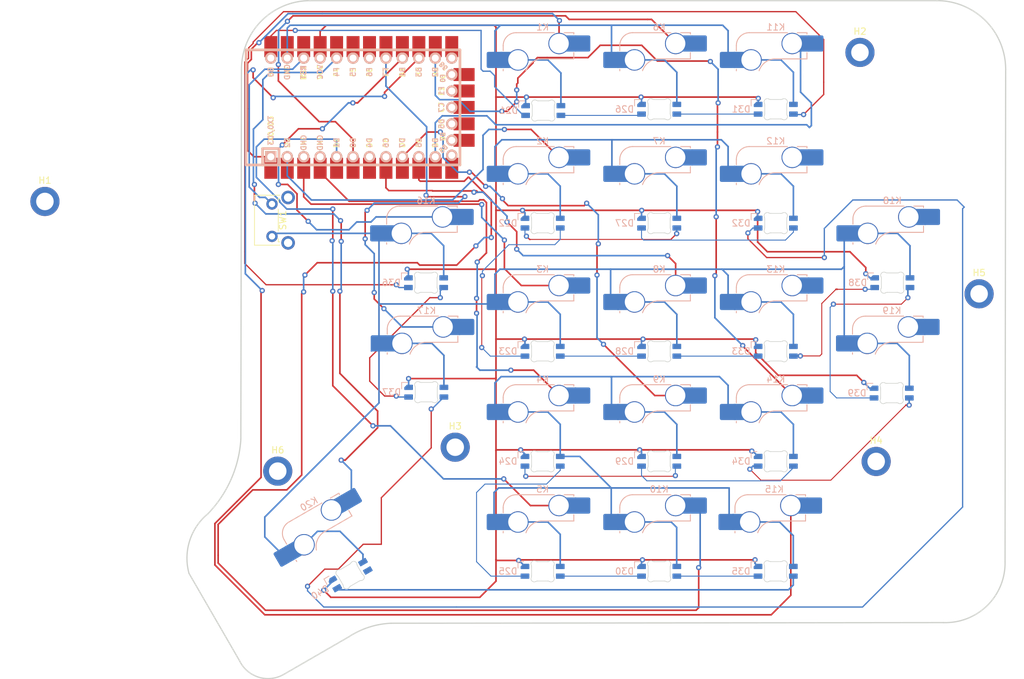
<source format=kicad_pcb>
(kicad_pcb (version 20211014) (generator pcbnew)
  (layers (0 "F.Cu" signal) (31 "B.Cu" signal) (34 "B.Paste" user) (35 "F.Paste" user) (36 "B.SilkS" user "B.Silkscreen") (37 "F.SilkS" user "F.Silkscreen") (38 "B.Mask" user) (39 "F.Mask" user) (44 "Edge.Cuts" user))
  (net 0 "")
  (net 1 "GND")
  (net 2 "key_1")
  (net 3 "key_2")
  (net 4 "key_3")
  (net 5 "key_4")
  (net 6 "key_5")
  (net 7 "key_6")
  (net 8 "Net-(D21-Pad1)")
  (net 9 "LED")
  (net 10 "VBUS")
  (net 11 "Net-(D22-Pad1)")
  (net 12 "Net-(D22-Pad3)")
  (net 13 "Net-(D23-Pad1)")
  (net 14 "Net-(D24-Pad1)")
  (net 15 "Net-(D24-Pad3)")
  (net 16 "Net-(D25-Pad1)")
  (net 17 "Net-(D26-Pad1)")
  (net 18 "Net-(D27-Pad3)")
  (net 19 "Net-(D28-Pad1)")
  (net 20 "Net-(D29-Pad3)")
  (net 21 "Net-(D30-Pad1)")
  (net 22 "Net-(D31-Pad1)")
  (net 23 "Net-(D32-Pad3)")
  (net 24 "Net-(D33-Pad1)")
  (net 25 "Net-(D34-Pad3)")
  (net 26 "Net-(D35-Pad1)")
  (net 27 "Net-(D36-Pad1)")
  (net 28 "Net-(D38-Pad1)")
  (net 30 "key_7")
  (net 31 "key_8")
  (net 32 "key_9")
  (net 33 "key_10")
  (net 34 "reset")
  (net 35 "key_11")
  (net 36 "key_12")
  (net 41 "key_13")
  (net 42 "key_14")
  (net 43 "key_15")
  (net 44 "key_16")
  (net 45 "key_17")
  (net 46 "key_18")
  (net 47 "key_19")
  (net 48 "key_20")
  (footprint "MountingHole:MountingHole_2.7mm_M2.5_ISO7380_Pad" (layer "F.Cu") (at 177.804668 128.004668)
    (fp_text reference "H3")
    (fp_text value "MountingHole_Pad")
  )
  (footprint "MountingHole:MountingHole_2.7mm_M2.5_ISO7380_Pad" (layer "F.Cu") (at 240.3 67)
    (fp_text reference "H2")
    (fp_text value "MountingHole_Pad")
  )
  (footprint "MountingHole:MountingHole_2.7mm_M2.5_ISO7380_Pad" (layer "F.Cu") (at 258.7 104.3)
    (fp_text reference "H5")
    (fp_text value "MountingHole_Pad")
  )
  (footprint "keebs:SW_Tactile_SPST_Angled_MJTP1117" (layer "F.Cu") (at 149.5125 95.425 90)
    (fp_text reference "SW1")
    (fp_text value "SW_Push")
  )
  (footprint "marbastlib-mx:STAB_MX_2u_no_cut" (layer "F.Cu") (at 159.004668 143.404668 30)
    (fp_text reference "REF**" hide)
    (fp_text value "STAB_MX_2u_no_cut")
  )
  (footprint "keebs:Elite-C-castellated-29pin-holes" (layer "F.Cu") (at 163.3 75.5)
    (fp_text reference "U4" hide)
    (fp_text value "Elite-C" hide)
  )
  (footprint "MountingHole:MountingHole_2.7mm_M2.5_ISO7380_Pad" (layer "F.Cu") (at 242.804668 130.204668)
    (fp_text reference "H4")
    (fp_text value "MountingHole_Pad")
  )
  (footprint "MountingHole:MountingHole_2.7mm_M2.5_ISO7380_Pad" (layer "F.Cu") (at 114.45 90.03)
    (fp_text reference "H1")
    (fp_text value "MountingHole_Pad")
  )
  (footprint "MountingHole:MountingHole_2.7mm_M2.5_ISO7380_Pad" (layer "F.Cu") (at 150.4 131.7)
    (fp_text reference "H6")
    (fp_text value "MountingHole_Pad")
  )
  (footprint "marbastlib-mx:LED_MX_6028R-FLIPPED" (layer "B.Cu") (at 191.4 75.98 180)
    (fp_text reference "D21")
    (fp_text value "SK6812MINI" hide)
    (fp_line (start 0.794452 1.499999) (end -0.794452 1.499999) (layer "Edge.Cuts") (width 0.1))
    (fp_line (start 1.699999 -0.702843) (end 1.699999 0.702841) (layer "Edge.Cuts") (width 0.1))
    (fp_line (start -1.699999 0.702841) (end -1.699999 -0.702843) (layer "Edge.Cuts") (width 0.1))
    (fp_line (start -0.794452 -1.5) (end 0.794453 -1.5) (layer "Edge.Cuts") (width 0.1))
    (fp_arc (start 1.046711 -1.568299) (mid 0.925123 -1.517377) (end 0.794453 -1.5) (layer "Edge.Cuts") (width 0.1))
    (fp_arc (start -1.749484 -0.919721) (mid -1.638071 -1.504036) (end -1.046711 -1.5683) (layer "Edge.Cuts") (width 0.1))
    (fp_arc (start 1.699999 -0.702844) (mid 1.712526 -0.81407) (end 1.749484 -0.919721) (layer "Edge.Cuts") (width 0.1))
    (fp_arc (start -1.04671 1.568298) (mid -0.925122 1.517376) (end -0.794452 1.499999) (layer "Edge.Cuts") (width 0.1))
    (fp_arc (start -0.794453 -1.500001) (mid -0.925123 -1.517378) (end -1.046711 -1.5683) (layer "Edge.Cuts") (width 0.1))
    (fp_arc (start -1.046711 1.568296) (mid -1.63807 1.504033) (end -1.749484 0.919719) (layer "Edge.Cuts") (width 0.1))
    (fp_arc (start -1.699999 0.702842) (mid -1.712527 0.814067) (end -1.749484 0.919719) (layer "Edge.Cuts") (width 0.1))
    (fp_arc (start 1.749484 0.919719) (mid 1.712511 0.81407) (end 1.699999 0.702841) (layer "Edge.Cuts") (width 0.1))
    (fp_arc (start 1.749484 0.919718) (mid 1.638073 1.504037) (end 1.046711 1.568298) (layer "Edge.Cuts") (width 0.1))
    (fp_arc (start -1.749484 -0.919721) (mid -1.712527 -0.814069) (end -1.699999 -0.702843) (layer "Edge.Cuts") (width 0.1))
    (fp_arc (start 0.794452 1.499999) (mid 0.925123 1.517376) (end 1.046711 1.568298) (layer "Edge.Cuts") (width 0.1))
    (fp_arc (start 1.046711 -1.568299) (mid 1.638071 -1.504036) (end 1.749484 -0.919721) (layer "Edge.Cuts") (width 0.1))
  )
  (footprint "marbastlib-mx:LED_MX_6028R-FLIPPED" (layer "B.Cu") (at 173.3 102.58 180)
    (fp_text reference "D36")
    (fp_text value "SK6812MINI" hide)
    (fp_line (start 0.794452 1.499999) (end -0.794452 1.499999) (layer "Edge.Cuts") (width 0.1))
    (fp_line (start 1.699999 -0.702843) (end 1.699999 0.702841) (layer "Edge.Cuts") (width 0.1))
    (fp_line (start -1.699999 0.702841) (end -1.699999 -0.702843) (layer "Edge.Cuts") (width 0.1))
    (fp_line (start -0.794452 -1.5) (end 0.794453 -1.5) (layer "Edge.Cuts") (width 0.1))
    (fp_arc (start -1.749484 -0.919721) (mid -1.712527 -0.814069) (end -1.699999 -0.702843) (layer "Edge.Cuts") (width 0.1))
    (fp_arc (start -1.699999 0.702842) (mid -1.712527 0.814067) (end -1.749484 0.919719) (layer "Edge.Cuts") (width 0.1))
    (fp_arc (start -1.046711 1.568296) (mid -1.63807 1.504033) (end -1.749484 0.919719) (layer "Edge.Cuts") (width 0.1))
    (fp_arc (start -0.794453 -1.500001) (mid -0.925123 -1.517378) (end -1.046711 -1.5683) (layer "Edge.Cuts") (width 0.1))
    (fp_arc (start -1.04671 1.568298) (mid -0.925122 1.517376) (end -0.794452 1.499999) (layer "Edge.Cuts") (width 0.1))
    (fp_arc (start -1.749484 -0.919721) (mid -1.638071 -1.504036) (end -1.046711 -1.5683) (layer "Edge.Cuts") (width 0.1))
    (fp_arc (start 1.046711 -1.568299) (mid 1.638071 -1.504036) (end 1.749484 -0.919721) (layer "Edge.Cuts") (width 0.1))
    (fp_arc (start 0.794452 1.499999) (mid 0.925123 1.517376) (end 1.046711 1.568298) (layer "Edge.Cuts") (width 0.1))
    (fp_arc (start 1.699999 -0.702844) (mid 1.71251 -0.814073) (end 1.749484 -0.919721) (layer "Edge.Cuts") (width 0.1))
    (fp_arc (start 1.749484 0.919719) (mid 1.712517 0.81407) (end 1.699999 0.702841) (layer "Edge.Cuts") (width 0.1))
    (fp_arc (start 1.046711 -1.568299) (mid 0.925123 -1.517377) (end 0.794453 -1.5) (layer "Edge.Cuts") (width 0.1))
    (fp_arc (start 1.749484 0.919718) (mid 1.638073 1.504037) (end 1.046711 1.568298) (layer "Edge.Cuts") (width 0.1))
  )
  (footprint "marbastlib-mx:SW_MX_HS_1u" (layer "B.Cu") (at 191.3 108.1 180)
    (fp_text reference "K3")
    (fp_text value "Kailh Hotswap Socket" hide)
  )
  (footprint "marbastlib-mx:SW_MX_HS_1u" (layer "B.Cu") (at 191.3 88.3 180)
    (fp_text reference "K2")
    (fp_text value "Kailh Hotswap Socket" hide)
  )
  (footprint "marbastlib-mx:SW_MX_HS_1u" (layer "B.Cu") (at 227.085 142.1 180)
    (fp_text reference "K15")
    (fp_text value "Kailh Hotswap Socket" hide)
  )
  (footprint "marbastlib-mx:SW_MX_HS_1u" (layer "B.Cu") (at 245.3 97.5 180)
    (fp_text reference "K18")
    (fp_text value "Kailh Hotswap Socket" hide)
  )
  (footprint "marbastlib-mx:LED_MX_6028R-FLIPPED" (layer "B.Cu") (at 209.3 75.78 180)
    (fp_text reference "D26")
    (fp_text value "SK6812MINI" hide)
    (fp_line (start -0.794452 -1.5) (end 0.794453 -1.5) (layer "Edge.Cuts") (width 0.1))
    (fp_line (start -1.699999 0.702841) (end -1.699999 -0.702843) (layer "Edge.Cuts") (width 0.1))
    (fp_line (start 1.699999 -0.702843) (end 1.699999 0.702841) (layer "Edge.Cuts") (width 0.1))
    (fp_line (start 0.794452 1.499999) (end -0.794452 1.499999) (layer "Edge.Cuts") (width 0.1))
    (fp_arc (start 1.046711 -1.568299) (mid 0.925123 -1.517377) (end 0.794453 -1.5) (layer "Edge.Cuts") (width 0.1))
    (fp_arc (start 1.046711 -1.568299) (mid 1.638071 -1.504036) (end 1.749484 -0.919721) (layer "Edge.Cuts") (width 0.1))
    (fp_arc (start 1.749484 0.919718) (mid 1.638073 1.504037) (end 1.046711 1.568298) (layer "Edge.Cuts") (width 0.1))
    (fp_arc (start 1.699999 -0.702844) (mid 1.71251 -0.814073) (end 1.749484 -0.919721) (layer "Edge.Cuts") (width 0.1))
    (fp_arc (start 0.794452 1.499999) (mid 0.925123 1.517376) (end 1.046711 1.568298) (layer "Edge.Cuts") (width 0.1))
    (fp_arc (start 1.749484 0.919719) (mid 1.712517 0.81407) (end 1.699999 0.702841) (layer "Edge.Cuts") (width 0.1))
    (fp_arc (start -0.794453 -1.500001) (mid -0.925123 -1.517378) (end -1.046711 -1.5683) (layer "Edge.Cuts") (width 0.1))
    (fp_arc (start -1.699999 0.702842) (mid -1.712527 0.814067) (end -1.749484 0.919719) (layer "Edge.Cuts") (width 0.1))
    (fp_arc (start -1.749484 -0.919721) (mid -1.712527 -0.814069) (end -1.699999 -0.702843) (layer "Edge.Cuts") (width 0.1))
    (fp_arc (start -1.04671 1.568298) (mid -0.925122 1.517376) (end -0.794452 1.499999) (layer "Edge.Cuts") (width 0.1))
    (fp_arc (start -1.749484 -0.919721) (mid -1.638071 -1.504036) (end -1.046711 -1.5683) (layer "Edge.Cuts") (width 0.1))
    (fp_arc (start -1.046711 1.568296) (mid -1.63807 1.504033) (end -1.749484 0.919719) (layer "Edge.Cuts") (width 0.1))
  )
  (footprint "marbastlib-mx:SW_MX_HS_1u" (layer "B.Cu") (at 159.035048 143.37144 -150)
    (fp_text reference "K20")
    (fp_text value "Kailh Hotswap Socket" hide)
  )
  (footprint "marbastlib-mx:SW_MX_HS_1u" (layer "B.Cu") (at 191.3 142.1 180)
    (fp_text reference "K5")
    (fp_text value "Kailh Hotswap Socket" hide)
  )
  (footprint "marbastlib-mx:LED_MX_6028R-FLIPPED" (layer "B.Cu") (at 227.3 75.78 180)
    (fp_text reference "D31")
    (fp_text value "SK6812MINI" hide)
    (fp_line (start 0.794452 1.499999) (end -0.794452 1.499999) (layer "Edge.Cuts") (width 0.1))
    (fp_line (start -0.794452 -1.5) (end 0.794453 -1.5) (layer "Edge.Cuts") (width 0.1))
    (fp_line (start -1.699999 0.702841) (end -1.699999 -0.702843) (layer "Edge.Cuts") (width 0.1))
    (fp_line (start 1.699999 -0.702843) (end 1.699999 0.702841) (layer "Edge.Cuts") (width 0.1))
    (fp_arc (start 1.046711 -1.568299) (mid 1.638071 -1.504036) (end 1.749484 -0.919721) (layer "Edge.Cuts") (width 0.1))
    (fp_arc (start 1.046711 -1.568299) (mid 0.925123 -1.517377) (end 0.794453 -1.5) (layer "Edge.Cuts") (width 0.1))
    (fp_arc (start 1.749484 0.919718) (mid 1.638073 1.504037) (end 1.046711 1.568298) (layer "Edge.Cuts") (width 0.1))
    (fp_arc (start -0.794453 -1.500001) (mid -0.925123 -1.517378) (end -1.046711 -1.5683) (layer "Edge.Cuts") (width 0.1))
    (fp_arc (start 1.749484 0.919719) (mid 1.712517 0.81407) (end 1.699999 0.702841) (layer "Edge.Cuts") (width 0.1))
    (fp_arc (start -1.749484 -0.919721) (mid -1.712527 -0.814069) (end -1.699999 -0.702843) (layer "Edge.Cuts") (width 0.1))
    (fp_arc (start 1.699999 -0.702844) (mid 1.71251 -0.814073) (end 1.749484 -0.919721) (layer "Edge.Cuts") (width 0.1))
    (fp_arc (start -1.04671 1.568298) (mid -0.925122 1.517376) (end -0.794452 1.499999) (layer "Edge.Cuts") (width 0.1))
    (fp_arc (start -1.749484 -0.919721) (mid -1.638071 -1.504036) (end -1.046711 -1.5683) (layer "Edge.Cuts") (width 0.1))
    (fp_arc (start 0.794452 1.499999) (mid 0.925123 1.517376) (end 1.046711 1.568298) (layer "Edge.Cuts") (width 0.1))
    (fp_arc (start -1.699999 0.702842) (mid -1.712527 0.814067) (end -1.749484 0.919719) (layer "Edge.Cuts") (width 0.1))
    (fp_arc (start -1.046711 1.568296) (mid -1.63807 1.504033) (end -1.749484 0.919719) (layer "Edge.Cuts") (width 0.1))
  )
  (footprint "marbastlib-mx:SW_MX_HS_1u" (layer "B.Cu") (at 209.3 108.1 180)
    (fp_text reference "K8")
    (fp_text value "Kailh Hotswap Socket" hide)
  )
  (footprint "marbastlib-mx:SW_MX_HS_1u" (layer "B.Cu") (at 209.3 125.1 180)
    (fp_text reference "K9")
    (fp_text value "Kailh Hotswap Socket" hide)
  )
  (footprint "marbastlib-mx:LED_MX_6028R-FLIPPED" (layer "B.Cu") (at 227.3 93.38 180)
    (fp_text reference "D32")
    (fp_text value "SK6812MINI" hide)
    (fp_line (start -1.699999 0.702841) (end -1.699999 -0.702843) (layer "Edge.Cuts") (width 0.1))
    (fp_line (start -0.794452 -1.5) (end 0.794453 -1.5) (layer "Edge.Cuts") (width 0.1))
    (fp_line (start 0.794452 1.499999) (end -0.794452 1.499999) (layer "Edge.Cuts") (width 0.1))
    (fp_line (start 1.699999 -0.702843) (end 1.699999 0.702841) (layer "Edge.Cuts") (width 0.1))
    (fp_arc (start -1.046711 1.568296) (mid -1.63807 1.504033) (end -1.749484 0.919719) (layer "Edge.Cuts") (width 0.1))
    (fp_arc (start 1.749484 0.919719) (mid 1.712517 0.81407) (end 1.699999 0.702841) (layer "Edge.Cuts") (width 0.1))
    (fp_arc (start -1.699999 0.702842) (mid -1.712527 0.814067) (end -1.749484 0.919719) (layer "Edge.Cuts") (width 0.1))
    (fp_arc (start -1.04671 1.568298) (mid -0.925122 1.517376) (end -0.794452 1.499999) (layer "Edge.Cuts") (width 0.1))
    (fp_arc (start 1.699999 -0.702844) (mid 1.71251 -0.814073) (end 1.749484 -0.919721) (layer "Edge.Cuts") (width 0.1))
    (fp_arc (start 1.046711 -1.568299) (mid 1.638071 -1.504036) (end 1.749484 -0.919721) (layer "Edge.Cuts") (width 0.1))
    (fp_arc (start -1.749484 -0.919721) (mid -1.712527 -0.814069) (end -1.699999 -0.702843) (layer "Edge.Cuts") (width 0.1))
    (fp_arc (start 0.794452 1.499999) (mid 0.925123 1.517376) (end 1.046711 1.568298) (layer "Edge.Cuts") (width 0.1))
    (fp_arc (start -0.794453 -1.500001) (mid -0.925123 -1.517378) (end -1.046711 -1.5683) (layer "Edge.Cuts") (width 0.1))
    (fp_arc (start 1.749484 0.919718) (mid 1.638073 1.504037) (end 1.046711 1.568298) (layer "Edge.Cuts") (width 0.1))
    (fp_arc (start 1.046711 -1.568299) (mid 0.925123 -1.517377) (end 0.794453 -1.5) (layer "Edge.Cuts") (width 0.1))
    (fp_arc (start -1.749484 -0.919721) (mid -1.638071 -1.504036) (end -1.046711 -1.5683) (layer "Edge.Cuts") (width 0.1))
  )
  (footprint "marbastlib-mx:SW_MX_HS_1u" (layer "B.Cu") (at 173.3 97.5 180)
    (fp_text reference "K16")
    (fp_text value "Kailh Hotswap Socket" hide)
  )
  (footprint "marbastlib-mx:SW_MX_HS_1u" (layer "B.Cu") (at 173.395 114.5 180)
    (fp_text reference "K17")
    (fp_text value "Kailh Hotswap Socket" hide)
  )
  (footprint "marbastlib-mx:LED_MX_6028R-FLIPPED" (layer "B.Cu") (at 209.3 147.18 180)
    (fp_text reference "D30")
    (fp_text value "SK6812MINI" hide)
    (fp_line (start 0.794452 1.499999) (end -0.794452 1.499999) (layer "Edge.Cuts") (width 0.1))
    (fp_line (start -0.794452 -1.5) (end 0.794453 -1.5) (layer "Edge.Cuts") (width 0.1))
    (fp_line (start -1.699999 0.702841) (end -1.699999 -0.702843) (layer "Edge.Cuts") (width 0.1))
    (fp_line (start 1.699999 -0.702843) (end 1.699999 0.702841) (layer "Edge.Cuts") (width 0.1))
    (fp_arc (start -1.749484 -0.919721) (mid -1.638071 -1.504036) (end -1.046711 -1.5683) (layer "Edge.Cuts") (width 0.1))
    (fp_arc (start -1.699999 0.702842) (mid -1.712527 0.814067) (end -1.749484 0.919719) (layer "Edge.Cuts") (width 0.1))
    (fp_arc (start 0.794452 1.499999) (mid 0.925123 1.517376) (end 1.046711 1.568298) (layer "Edge.Cuts") (width 0.1))
    (fp_arc (start 1.699999 -0.702844) (mid 1.71251 -0.814073) (end 1.749484 -0.919721) (layer "Edge.Cuts") (width 0.1))
    (fp_arc (start 1.749484 0.919719) (mid 1.712517 0.81407) (end 1.699999 0.702841) (layer "Edge.Cuts") (width 0.1))
    (fp_arc (start -1.749484 -0.919721) (mid -1.712527 -0.814069) (end -1.699999 -0.702843) (layer "Edge.Cuts") (width 0.1))
    (fp_arc (start -1.046711 1.568296) (mid -1.63807 1.504033) (end -1.749484 0.919719) (layer "Edge.Cuts") (width 0.1))
    (fp_arc (start -1.04671 1.568298) (mid -0.925122 1.517376) (end -0.794452 1.499999) (layer "Edge.Cuts") (width 0.1))
    (fp_arc (start 1.749484 0.919718) (mid 1.638073 1.504037) (end 1.046711 1.568298) (layer "Edge.Cuts") (width 0.1))
    (fp_arc (start -0.794453 -1.500001) (mid -0.925123 -1.517378) (end -1.046711 -1.5683) (layer "Edge.Cuts") (width 0.1))
    (fp_arc (start 1.046711 -1.568299) (mid 1.638071 -1.504036) (end 1.749484 -0.919721) (layer "Edge.Cuts") (width 0.1))
    (fp_arc (start 1.046711 -1.568299) (mid 0.925123 -1.517377) (end 0.794453 -1.5) (layer "Edge.Cuts") (width 0.1))
  )
  (footprint "marbastlib-mx:SW_MX_HS_1u" (layer "B.Cu") (at 227.3 88.3 180)
    (fp_text reference "K12")
    (fp_text value "Kailh Hotswap Socket" hide)
  )
  (footprint "marbastlib-mx:SW_MX_HS_1u" (layer "B.Cu") (at 191.3 70.7 180)
    (fp_text reference "K1")
    (fp_text value "Kailh Hotswap Socket" hide)
  )
  (footprint "marbastlib-mx:LED_MX_6028R-FLIPPED" (layer "B.Cu") (at 227.3 113.18 180)
    (fp_text reference "D33")
    (fp_text value "SK6812MINI" hide)
    (fp_line (start -0.794452 -1.5) (end 0.794453 -1.5) (layer "Edge.Cuts") (width 0.1))
    (fp_line (start -1.699999 0.702841) (end -1.699999 -0.702843) (layer "Edge.Cuts") (width 0.1))
    (fp_line (start 0.794452 1.499999) (end -0.794452 1.499999) (layer "Edge.Cuts") (width 0.1))
    (fp_line (start 1.699999 -0.702843) (end 1.699999 0.702841) (layer "Edge.Cuts") (width 0.1))
    (fp_arc (start 1.749484 0.919719) (mid 1.712517 0.81407) (end 1.699999 0.702841) (layer "Edge.Cuts") (width 0.1))
    (fp_arc (start -1.749484 -0.919721) (mid -1.712527 -0.814069) (end -1.699999 -0.702843) (layer "Edge.Cuts") (width 0.1))
    (fp_arc (start -1.046711 1.568296) (mid -1.63807 1.504033) (end -1.749484 0.919719) (layer "Edge.Cuts") (width 0.1))
    (fp_arc (start -1.04671 1.568298) (mid -0.925122 1.517376) (end -0.794452 1.499999) (layer "Edge.Cuts") (width 0.1))
    (fp_arc (start -0.794453 -1.500001) (mid -0.925123 -1.517378) (end -1.046711 -1.5683) (layer "Edge.Cuts") (width 0.1))
    (fp_arc (start 1.046711 -1.568299) (mid 0.925123 -1.517377) (end 0.794453 -1.5) (layer "Edge.Cuts") (width 0.1))
    (fp_arc (start 1.749484 0.919718) (mid 1.638073 1.504037) (end 1.046711 1.568298) (layer "Edge.Cuts") (width 0.1))
    (fp_arc (start 1.046711 -1.568299) (mid 1.638071 -1.504036) (end 1.749484 -0.919721) (layer "Edge.Cuts") (width 0.1))
    (fp_arc (start 1.699999 -0.702844) (mid 1.71251 -0.814073) (end 1.749484 -0.919721) (layer "Edge.Cuts") (width 0.1))
    (fp_arc (start -1.749484 -0.919721) (mid -1.638071 -1.504036) (end -1.046711 -1.5683) (layer "Edge.Cuts") (width 0.1))
    (fp_arc (start 0.794452 1.499999) (mid 0.925123 1.517376) (end 1.046711 1.568298) (layer "Edge.Cuts") (width 0.1))
    (fp_arc (start -1.699999 0.702842) (mid -1.712527 0.814067) (end -1.749484 0.919719) (layer "Edge.Cuts") (width 0.1))
  )
  (footprint "marbastlib-mx:LED_MX_6028R-FLIPPED" (layer "B.Cu") (at 173.335 119.5 180)
    (fp_text reference "D37")
    (fp_text value "SK6812MINI" hide)
    (fp_line (start 1.699999 -0.702843) (end 1.699999 0.702841) (layer "Edge.Cuts") (width 0.1))
    (fp_line (start -1.699999 0.702841) (end -1.699999 -0.702843) (layer "Edge.Cuts") (width 0.1))
    (fp_line (start 0.794452 1.499999) (end -0.794452 1.499999) (layer "Edge.Cuts") (width 0.1))
    (fp_line (start -0.794452 -1.5) (end 0.794453 -1.5) (layer "Edge.Cuts") (width 0.1))
    (fp_arc (start 1.046711 -1.568299) (mid 0.925123 -1.517377) (end 0.794453 -1.5) (layer "Edge.Cuts") (width 0.1))
    (fp_arc (start -0.794453 -1.500001) (mid -0.925123 -1.517378) (end -1.046711 -1.5683) (layer "Edge.Cuts") (width 0.1))
    (fp_arc (start 1.749484 0.919719) (mid 1.712517 0.81407) (end 1.699999 0.702841) (layer "Edge.Cuts") (width 0.1))
    (fp_arc (start -1.04671 1.568298) (mid -0.925122 1.517376) (end -0.794452 1.499999) (layer "Edge.Cuts") (width 0.1))
    (fp_arc (start 1.699999 -0.702844) (mid 1.71251 -0.814073) (end 1.749484 -0.919721) (layer "Edge.Cuts") (width 0.1))
    (fp_arc (start 1.046711 -1.568299) (mid 1.638071 -1.504036) (end 1.749484 -0.919721) (layer "Edge.Cuts") (width 0.1))
    (fp_arc (start -1.046711 1.568296) (mid -1.63807 1.504033) (end -1.749484 0.919719) (layer "Edge.Cuts") (width 0.1))
    (fp_arc (start -1.699999 0.702842) (mid -1.712527 0.814067) (end -1.749484 0.919719) (layer "Edge.Cuts") (width 0.1))
    (fp_arc (start -1.749484 -0.919721) (mid -1.638071 -1.504036) (end -1.046711 -1.5683) (layer "Edge.Cuts") (width 0.1))
    (fp_arc (start 0.794452 1.499999) (mid 0.925123 1.517376) (end 1.046711 1.568298) (layer "Edge.Cuts") (width 0.1))
    (fp_arc (start 1.749484 0.919718) (mid 1.638073 1.504037) (end 1.046711 1.568298) (layer "Edge.Cuts") (width 0.1))
    (fp_arc (start -1.749484 -0.919721) (mid -1.712527 -0.814069) (end -1.699999 -0.702843) (layer "Edge.Cuts") (width 0.1))
  )
  (footprint "marbastlib-mx:SW_MX_HS_1u" (layer "B.Cu") (at 191.3 125.1 180)
    (fp_text reference "K4")
    (fp_text value "Kailh Hotswap Socket" hide)
  )
  (footprint "marbastlib-mx:LED_MX_6028R-FLIPPED" (layer "B.Cu") (at 191.3 147.18 180)
    (fp_text reference "D25")
    (fp_text value "SK6812MINI" hide)
    (fp_line (start -0.794452 -1.5) (end 0.794453 -1.5) (layer "Edge.Cuts") (width 0.1))
    (fp_line (start 1.699999 -0.702843) (end 1.699999 0.702841) (layer "Edge.Cuts") (width 0.1))
    (fp_line (start 0.794452 1.499999) (end -0.794452 1.499999) (layer "Edge.Cuts") (width 0.1))
    (fp_line (start -1.699999 0.702841) (end -1.699999 -0.702843) (layer "Edge.Cuts") (width 0.1))
    (fp_arc (start -1.749484 -0.919721) (mid -1.712527 -0.814069) (end -1.699999 -0.702843) (layer "Edge.Cuts") (width 0.1))
    (fp_arc (start 0.794452 1.499999) (mid 0.925123 1.517376) (end 1.046711 1.568298) (layer "Edge.Cuts") (width 0.1))
    (fp_arc (start 1.699999 -0.702844) (mid 1.71251 -0.814073) (end 1.749484 -0.919721) (layer "Edge.Cuts") (width 0.1))
    (fp_arc (start -1.749484 -0.919721) (mid -1.638071 -1.504036) (end -1.046711 -1.5683) (layer "Edge.Cuts") (width 0.1))
    (fp_arc (start -1.046711 1.568296) (mid -1.63807 1.504033) (end -1.749484 0.919719) (layer "Edge.Cuts") (width 0.1))
    (fp_arc (start 1.046711 -1.568299) (mid 1.638071 -1.504036) (end 1.749484 -0.919721) (layer "Edge.Cuts") (width 0.1))
    (fp_arc (start 1.046711 -1.568299) (mid 0.925123 -1.517377) (end 0.794453 -1.5) (layer "Edge.Cuts") (width 0.1))
    (fp_arc (start -1.699999 0.702842) (mid -1.712527 0.814067) (end -1.749484 0.919719) (layer "Edge.Cuts") (width 0.1))
    (fp_arc (start 1.749484 0.919718) (mid 1.638073 1.504037) (end 1.046711 1.568298) (layer "Edge.Cuts") (width 0.1))
    (fp_arc (start -1.04671 1.568298) (mid -0.925122 1.517376) (end -0.794452 1.499999) (layer "Edge.Cuts") (width 0.1))
    (fp_arc (start -0.794453 -1.500001) (mid -0.925123 -1.517378) (end -1.046711 -1.5683) (layer "Edge.Cuts") (width 0.1))
    (fp_arc (start 1.749484 0.919719) (mid 1.712517 0.81407) (end 1.699999 0.702841) (layer "Edge.Cuts") (width 0.1))
  )
  (footprint "marbastlib-mx:LED_MX_6028R-FLIPPED" (layer "B.Cu") (at 191.3 93.38 180)
    (fp_text reference "D22")
    (fp_text value "SK6812MINI" hide)
    (fp_line (start -0.794452 -1.5) (end 0.794453 -1.5) (layer "Edge.Cuts") (width 0.1))
    (fp_line (start 0.794452 1.499999) (end -0.794452 1.499999) (layer "Edge.Cuts") (width 0.1))
    (fp_line (start 1.699999 -0.702843) (end 1.699999 0.702841) (layer "Edge.Cuts") (width 0.1))
    (fp_line (start -1.699999 0.702841) (end -1.699999 -0.702843) (layer "Edge.Cuts") (width 0.1))
    (fp_arc (start -1.749484 -0.919721) (mid -1.638071 -1.504036) (end -1.046711 -1.5683) (layer "Edge.Cuts") (width 0.1))
    (fp_arc (start 1.749484 0.919719) (mid 1.712517 0.81407) (end 1.699999 0.702841) (layer "Edge.Cuts") (width 0.1))
    (fp_arc (start 1.699999 -0.702844) (mid 1.71251 -0.814073) (end 1.749484 -0.919721) (layer "Edge.Cuts") (width 0.1))
    (fp_arc (start 1.046711 -1.568299) (mid 0.925123 -1.517377) (end 0.794453 -1.5) (layer "Edge.Cuts") (width 0.1))
    (fp_arc (start -1.749484 -0.919721) (mid -1.712527 -0.814069) (end -1.699999 -0.702843) (layer "Edge.Cuts") (width 0.1))
    (fp_arc (start 1.046711 -1.568299) (mid 1.638071 -1.504036) (end 1.749484 -0.919721) (layer "Edge.Cuts") (width 0.1))
    (fp_arc (start -1.046711 1.568296) (mid -1.63807 1.504033) (end -1.749484 0.919719) (layer "Edge.Cuts") (width 0.1))
    (fp_arc (start -1.699999 0.702842) (mid -1.712527 0.814067) (end -1.749484 0.919719) (layer "Edge.Cuts") (width 0.1))
    (fp_arc (start 0.794452 1.499999) (mid 0.925123 1.517376) (end 1.046711 1.568298) (layer "Edge.Cuts") (width 0.1))
    (fp_arc (start 1.749484 0.919718) (mid 1.638073 1.504037) (end 1.046711 1.568298) (layer "Edge.Cuts") (width 0.1))
    (fp_arc (start -1.04671 1.568298) (mid -0.925122 1.517376) (end -0.794452 1.499999) (layer "Edge.Cuts") (width 0.1))
    (fp_arc (start -0.794453 -1.500001) (mid -0.925123 -1.517378) (end -1.046711 -1.5683) (layer "Edge.Cuts") (width 0.1))
  )
  (footprint "marbastlib-mx:LED_MX_6028R-FLIPPED" (layer "B.Cu") (at 245.3 102.58 180)
    (fp_text reference "D38")
    (fp_text value "SK6812MINI" hide)
    (fp_line (start 0.794452 1.499999) (end -0.794452 1.499999) (layer "Edge.Cuts") (width 0.1))
    (fp_line (start 1.699999 -0.702843) (end 1.699999 0.702841) (layer "Edge.Cuts") (width 0.1))
    (fp_line (start -0.794452 -1.5) (end 0.794453 -1.5) (layer "Edge.Cuts") (width 0.1))
    (fp_line (start -1.699999 0.702841) (end -1.699999 -0.702843) (layer "Edge.Cuts") (width 0.1))
    (fp_arc (start 1.749484 0.919718) (mid 1.638073 1.504037) (end 1.046711 1.568298) (layer "Edge.Cuts") (width 0.1))
    (fp_arc (start -0.794453 -1.500001) (mid -0.925123 -1.517378) (end -1.046711 -1.5683) (layer "Edge.Cuts") (width 0.1))
    (fp_arc (start -1.04671 1.568298) (mid -0.925122 1.517376) (end -0.794452 1.499999) (layer "Edge.Cuts") (width 0.1))
    (fp_arc (start 1.046711 -1.568299) (mid 0.925123 -1.517377) (end 0.794453 -1.5) (layer "Edge.Cuts") (width 0.1))
    (fp_arc (start -1.749484 -0.919721) (mid -1.638071 -1.504036) (end -1.046711 -1.5683) (layer "Edge.Cuts") (width 0.1))
    (fp_arc (start -1.046711 1.568296) (mid -1.63807 1.504033) (end -1.749484 0.919719) (layer "Edge.Cuts") (width 0.1))
    (fp_arc (start 0.794452 1.499999) (mid 0.925123 1.517376) (end 1.046711 1.568298) (layer "Edge.Cuts") (width 0.1))
    (fp_arc (start -1.699999 0.702842) (mid -1.712527 0.814067) (end -1.749484 0.919719) (layer "Edge.Cuts") (width 0.1))
    (fp_arc (start 1.699999 -0.702844) (mid 1.71251 -0.814073) (end 1.749484 -0.919721) (layer "Edge.Cuts") (width 0.1))
    (fp_arc (start -1.749484 -0.919721) (mid -1.712527 -0.814069) (end -1.699999 -0.702843) (layer "Edge.Cuts") (width 0.1))
    (fp_arc (start 1.749484 0.919719) (mid 1.712517 0.81407) (end 1.699999 0.702841) (layer "Edge.Cuts") (width 0.1))
    (fp_arc (start 1.046711 -1.568299) (mid 1.638071 -1.504036) (end 1.749484 -0.919721) (layer "Edge.Cuts") (width 0.1))
  )
  (footprint "marbastlib-mx:SW_MX_HS_1u" (layer "B.Cu") (at 209.3 142.1 180)
    (fp_text reference "K10")
    (fp_text value "Kailh Hotswap Socket" hide)
  )
  (footprint "marbastlib-mx:LED_MX_6028R-FLIPPED" (layer "B.Cu") (at 227.3 130.18 180)
    (fp_text reference "D34")
    (fp_text value "SK6812MINI" hide)
    (fp_line (start -1.699999 0.702841) (end -1.699999 -0.702843) (layer "Edge.Cuts") (width 0.1))
    (fp_line (start -0.794452 -1.5) (end 0.794453 -1.5) (layer "Edge.Cuts") (width 0.1))
    (fp_line (start 1.699999 -0.702843) (end 1.699999 0.702841) (layer "Edge.Cuts") (width 0.1))
    (fp_line (start 0.794452 1.499999) (end -0.794452 1.499999) (layer "Edge.Cuts") (width 0.1))
    (fp_arc (start 1.699999 -0.702844) (mid 1.71251 -0.814073) (end 1.749484 -0.919721) (layer "Edge.Cuts") (width 0.1))
    (fp_arc (start 0.794452 1.499999) (mid 0.925123 1.517376) (end 1.046711 1.568298) (layer "Edge.Cuts") (width 0.1))
    (fp_arc (start -0.794453 -1.500001) (mid -0.925123 -1.517378) (end -1.046711 -1.5683) (layer "Edge.Cuts") (width 0.1))
    (fp_arc (start -1.046711 1.568296) (mid -1.63807 1.504033) (end -1.749484 0.919719) (layer "Edge.Cuts") (width 0.1))
    (fp_arc (start 1.749484 0.919718) (mid 1.638073 1.504037) (end 1.046711 1.568298) (layer "Edge.Cuts") (width 0.1))
    (fp_arc (start 1.749484 0.919719) (mid 1.712517 0.81407) (end 1.699999 0.702841) (layer "Edge.Cuts") (width 0.1))
    (fp_arc (start -1.749484 -0.919721) (mid -1.712527 -0.814069) (end -1.699999 -0.702843) (layer "Edge.Cuts") (width 0.1))
    (fp_arc (start -1.04671 1.568298) (mid -0.925122 1.517376) (end -0.794452 1.499999) (layer "Edge.Cuts") (width 0.1))
    (fp_arc (start -1.749484 -0.919721) (mid -1.638071 -1.504036) (end -1.046711 -1.5683) (layer "Edge.Cuts") (width 0.1))
    (fp_arc (start 1.046711 -1.568299) (mid 1.638071 -1.504036) (end 1.749484 -0.919721) (layer "Edge.Cuts") (width 0.1))
    (fp_arc (start -1.699999 0.702842) (mid -1.712527 0.814067) (end -1.749484 0.919719) (layer "Edge.Cuts") (width 0.1))
    (fp_arc (start 1.046711 -1.568299) (mid 0.925123 -1.517377) (end 0.794453 -1.5) (layer "Edge.Cuts") (width 0.1))
  )
  (footprint "marbastlib-mx:SW_MX_HS_1u" (layer "B.Cu") (at 209.3 70.7 180)
    (fp_text reference "K6")
    (fp_text value "Kailh Hotswap Socket" hide)
  )
  (footprint "marbastlib-mx:SW_MX_HS_1u" (layer "B.Cu") (at 209.3 88.3 180)
    (fp_text reference "K7")
    (fp_text value "Kailh Hotswap Socket" hide)
  )
  (footprint "marbastlib-mx:SW_MX_HS_1u" (layer "B.Cu") (at 227.3 125.1 180)
    (fp_text reference "K14")
    (fp_text value "Kailh Hotswap Socket" hide)
  )
  (footprint "marbastlib-mx:SW_MX_HS_1u" (layer "B.Cu") (at 227.3 70.7 180)
    (fp_text reference "K11")
    (fp_text value "Kailh Hotswap Socket" hide)
  )
  (footprint "marbastlib-mx:LED_MX_6028R-FLIPPED" (layer "B.Cu") (at 209.3 113.18 180)
    (fp_text reference "D28")
    (fp_text value "SK6812MINI" hide)
    (fp_line (start -0.794452 -1.5) (end 0.794453 -1.5) (layer "Edge.Cuts") (width 0.1))
    (fp_line (start 1.699999 -0.702843) (end 1.699999 0.702841) (layer "Edge.Cuts") (width 0.1))
    (fp_line (start -1.699999 0.702841) (end -1.699999 -0.702843) (layer "Edge.Cuts") (width 0.1))
    (fp_line (start 0.794452 1.499999) (end -0.794452 1.499999) (layer "Edge.Cuts") (width 0.1))
    (fp_arc (start -0.794453 -1.500001) (mid -0.925123 -1.517378) (end -1.046711 -1.5683) (layer "Edge.Cuts") (width 0.1))
    (fp_arc (start -1.749484 -0.919721) (mid -1.712527 -0.814069) (end -1.699999 -0.702843) (layer "Edge.Cuts") (width 0.1))
    (fp_arc (start -1.04671 1.568298) (mid -0.925122 1.517376) (end -0.794452 1.499999) (layer "Edge.Cuts") (width 0.1))
    (fp_arc (start -1.749484 -0.919721) (mid -1.638071 -1.504036) (end -1.046711 -1.5683) (layer "Edge.Cuts") (width 0.1))
    (fp_arc (start 1.749484 0.919718) (mid 1.638073 1.504037) (end 1.046711 1.568298) (layer "Edge.Cuts") (width 0.1))
    (fp_arc (start 0.794452 1.499999) (mid 0.925123 1.517376) (end 1.046711 1.568298) (layer "Edge.Cuts") (width 0.1))
    (fp_arc (start 1.699999 -0.702844) (mid 1.71251 -0.814073) (end 1.749484 -0.919721) (layer "Edge.Cuts") (width 0.1))
    (fp_arc (start -1.699999 0.702842) (mid -1.712527 0.814067) (end -1.749484 0.919719) (layer "Edge.Cuts") (width 0.1))
    (fp_arc (start 1.749484 0.919719) (mid 1.712517 0.81407) (end 1.699999 0.702841) (layer "Edge.Cuts") (width 0.1))
    (fp_arc (start -1.046711 1.568296) (mid -1.63807 1.504033) (end -1.749484 0.919719) (layer "Edge.Cuts") (width 0.1))
    (fp_arc (start 1.046711 -1.568299) (mid 0.925123 -1.517377) (end 0.794453 -1.5) (layer "Edge.Cuts") (width 0.1))
    (fp_arc (start 1.046711 -1.568299) (mid 1.638071 -1.504036) (end 1.749484 -0.919721) (layer "Edge.Cuts") (width 0.1))
  )
  (footprint "marbastlib-mx:LED_MX_6028R-FLIPPED" (layer "B.Cu") (at 191.3 130.18 180)
    (fp_text reference "D24")
    (fp_text value "SK6812MINI" hide)
    (fp_line (start -1.699999 0.702841) (end -1.699999 -0.702843) (layer "Edge.Cuts") (width 0.1))
    (fp_line (start 0.794452 1.499999) (end -0.794452 1.499999) (layer "Edge.Cuts") (width 0.1))
    (fp_line (start -0.794452 -1.5) (end 0.794453 -1.5) (layer "Edge.Cuts") (width 0.1))
    (fp_line (start 1.699999 -0.702843) (end 1.699999 0.702841) (layer "Edge.Cuts") (width 0.1))
    (fp_arc (start -1.046711 1.568296) (mid -1.63807 1.504033) (end -1.749484 0.919719) (layer "Edge.Cuts") (width 0.1))
    (fp_arc (start -1.749484 -0.919721) (mid -1.712527 -0.814069) (end -1.699999 -0.702843) (layer "Edge.Cuts") (width 0.1))
    (fp_arc (start 1.749484 0.919718) (mid 1.638073 1.504037) (end 1.046711 1.568298) (layer "Edge.Cuts") (width 0.1))
    (fp_arc (start 1.046711 -1.568299) (mid 1.638071 -1.504036) (end 1.749484 -0.919721) (layer "Edge.Cuts") (width 0.1))
    (fp_arc (start -1.04671 1.568298) (mid -0.925122 1.517376) (end -0.794452 1.499999) (layer "Edge.Cuts") (width 0.1))
    (fp_arc (start -1.749484 -0.919721) (mid -1.638071 -1.504036) (end -1.046711 -1.5683) (layer "Edge.Cuts") (width 0.1))
    (fp_arc (start -0.794453 -1.500001) (mid -0.925123 -1.517378) (end -1.046711 -1.5683) (layer "Edge.Cuts") (width 0.1))
    (fp_arc (start -1.699999 0.702842) (mid -1.712527 0.814067) (end -1.749484 0.919719) (layer "Edge.Cuts") (width 0.1))
    (fp_arc (start 1.699999 -0.702844) (mid 1.71251 -0.814073) (end 1.749484 -0.919721) (layer "Edge.Cuts") (width 0.1))
    (fp_arc (start 1.749484 0.919719) (mid 1.712517 0.81407) (end 1.699999 0.702841) (layer "Edge.Cuts") (width 0.1))
    (fp_arc (start 0.794452 1.499999) (mid 0.925123 1.517376) (end 1.046711 1.568298) (layer "Edge.Cuts") (width 0.1))
    (fp_arc (start 1.046711 -1.568299) (mid 0.925123 -1.517377) (end 0.794453 -1.5) (layer "Edge.Cuts") (width 0.1))
  )
  (footprint "marbastlib-mx:LED_MX_6028R-FLIPPED" (layer "B.Cu") (at 161.575048 147.770849 -150)
    (fp_text reference "D40")
    (fp_text value "SK6812MINI" hide)
    (fp_line (start -1.699999 0.702841) (end -1.699999 -0.702843) (layer "Edge.Cuts") (width 0.1))
    (fp_line (start -0.794452 -1.5) (end 0.794453 -1.5) (layer "Edge.Cuts") (width 0.1))
    (fp_line (start 1.699999 -0.702843) (end 1.699999 0.702841) (layer "Edge.Cuts") (width 0.1))
    (fp_line (start 0.794452 1.499999) (end -0.794452 1.499999) (layer "Edge.Cuts") (width 0.1))
    (fp_arc (start 1.046711 -1.568299) (mid 1.638071 -1.504036) (end 1.749484 -0.919721) (layer "Edge.Cuts") (width 0.1))
    (fp_arc (start -1.699999 0.702842) (mid -1.712527 0.814067) (end -1.749484 0.919719) (layer "Edge.Cuts") (width 0.1))
    (fp_arc (start -1.046711 1.568296) (mid -1.63807 1.504032) (end -1.749484 0.919719) (layer "Edge.Cuts") (width 0.1))
    (fp_arc (start 0.794452 1.499999) (mid 0.925123 1.517376) (end 1.046711 1.568298) (layer "Edge.Cuts") (width 0.1))
    (fp_arc (start 1.699999 -0.702844) (mid 1.71251 -0.814073) (end 1.749484 -0.919721) (layer "Edge.Cuts") (width 0.1))
    (fp_arc (start 1.749484 0.919718) (mid 1.638073 1.504037) (end 1.046711 1.568298) (layer "Edge.Cuts") (width 0.1))
    (fp_arc (start 1.749484 0.919719) (mid 1.712517 0.81407) (end 1.699999 0.702841) (layer "Edge.Cuts") (width 0.1))
    (fp_arc (start -1.749484 -0.919721) (mid -1.712527 -0.814069) (end -1.699999 -0.702843) (layer "Edge.Cuts") (width 0.1))
    (fp_arc (start -1.04671 1.568298) (mid -0.925122 1.517376) (end -0.794452 1.499999) (layer "Edge.Cuts") (width 0.1))
    (fp_arc (start -1.749484 -0.919721) (mid -1.638071 -1.504036) (end -1.046711 -1.5683) (layer "Edge.Cuts") (width 0.1))
    (fp_arc (start -0.794453 -1.500001) (mid -0.925123 -1.517378) (end -1.046711 -1.5683) (layer "Edge.Cuts") (width 0.1))
    (fp_arc (start 1.046711 -1.568299) (mid 0.925123 -1.517376) (end 0.794453 -1.5) (layer "Edge.Cuts") (width 0.1))
  )
  (footprint "marbastlib-mx:LED_MX_6028R-FLIPPED" (layer "B.Cu") (at 209.3 93.38 180)
    (fp_text reference "D27")
    (fp_text value "SK6812MINI" hide)
    (fp_line (start 1.699999 -0.702843) (end 1.699999 0.702841) (layer "Edge.Cuts") (width 0.1))
    (fp_line (start -1.699999 0.702841) (end -1.699999 -0.702843) (layer "Edge.Cuts") (width 0.1))
    (fp_line (start 0.794452 1.499999) (end -0.794452 1.499999) (layer "Edge.Cuts") (width 0.1))
    (fp_line (start -0.794452 -1.5) (end 0.794453 -1.5) (layer "Edge.Cuts") (width 0.1))
    (fp_arc (start -1.04671 1.568298) (mid -0.925122 1.517376) (end -0.794452 1.499999) (layer "Edge.Cuts") (width 0.1))
    (fp_arc (start 1.046711 -1.568299) (mid 1.638071 -1.504036) (end 1.749484 -0.919721) (layer "Edge.Cuts") (width 0.1))
    (fp_arc (start 1.699999 -0.702844) (mid 1.71251 -0.814073) (end 1.749484 -0.919721) (layer "Edge.Cuts") (width 0.1))
    (fp_arc (start 1.749484 0.919718) (mid 1.638073 1.504037) (end 1.046711 1.568298) (layer "Edge.Cuts") (width 0.1))
    (fp_arc (start -1.699999 0.702842) (mid -1.712527 0.814067) (end -1.749484 0.919719) (layer "Edge.Cuts") (width 0.1))
    (fp_arc (start -1.749484 -0.919721) (mid -1.712527 -0.814069) (end -1.699999 -0.702843) (layer "Edge.Cuts") (width 0.1))
    (fp_arc (start 0.794452 1.499999) (mid 0.925123 1.517376) (end 1.046711 1.568298) (layer "Edge.Cuts") (width 0.1))
    (fp_arc (start -1.749484 -0.919721) (mid -1.638071 -1.504036) (end -1.046711 -1.5683) (layer "Edge.Cuts") (width 0.1))
    (fp_arc (start 1.046711 -1.568299) (mid 0.925123 -1.517377) (end 0.794453 -1.5) (layer "Edge.Cuts") (width 0.1))
    (fp_arc (start 1.749484 0.919719) (mid 1.712517 0.81407) (end 1.699999 0.702841) (layer "Edge.Cuts") (width 0.1))
    (fp_arc (start -1.046711 1.568296) (mid -1.63807 1.504033) (end -1.749484 0.919719) (layer "Edge.Cuts") (width 0.1))
    (fp_arc (start -0.794453 -1.500001) (mid -0.925123 -1.517378) (end -1.046711 -1.5683) (layer "Edge.Cuts") (width 0.1))
  )
  (footprint "marbastlib-mx:LED_MX_6028R-FLIPPED" (layer "B.Cu") (at 245.2 119.64 180)
    (fp_text reference "D39")
    (fp_text value "SK6812MINI" hide)
    (fp_line (start -0.794452 -1.5) (end 0.794453 -1.5) (layer "Edge.Cuts") (width 0.1))
    (fp_line (start -1.699999 0.702841) (end -1.699999 -0.702843) (layer "Edge.Cuts") (width 0.1))
    (fp_line (start 1.699999 -0.702843) (end 1.699999 0.702841) (layer "Edge.Cuts") (width 0.1))
    (fp_line (start 0.794452 1.499999) (end -0.794452 1.499999) (layer "Edge.Cuts") (width 0.1))
    (fp_arc (start 1.749484 0.919718) (mid 1.638073 1.504037) (end 1.046711 1.568298) (layer "Edge.Cuts") (width 0.1))
    (fp_arc (start 1.699999 -0.702844) (mid 1.71251 -0.814073) (end 1.749484 -0.919721) (layer "Edge.Cuts") (width 0.1))
    (fp_arc (start -1.046711 1.568296) (mid -1.63807 1.504033) (end -1.749484 0.919719) (layer "Edge.Cuts") (width 0.1))
    (fp_arc (start -0.794453 -1.500001) (mid -0.925123 -1.517378) (end -1.046711 -1.5683) (layer "Edge.Cuts") (width 0.1))
    (fp_arc (start 1.046711 -1.568299) (mid 0.925123 -1.517377) (end 0.794453 -1.5) (layer "Edge.Cuts") (width 0.1))
    (fp_arc (start -1.749484 -0.919721) (mid -1.712527 -0.814069) (end -1.699999 -0.702843) (layer "Edge.Cuts") (width 0.1))
    (fp_arc (start -1.749484 -0.919721) (mid -1.638071 -1.504036) (end -1.046711 -1.5683) (layer "Edge.Cuts") (width 0.1))
    (fp_arc (start 1.749484 0.919719) (mid 1.712517 0.81407) (end 1.699999 0.702841) (layer "Edge.Cuts") (width 0.1))
    (fp_arc (start 0.794452 1.499999) (mid 0.925123 1.517376) (end 1.046711 1.568298) (layer "Edge.Cuts") (width 0.1))
    (fp_arc (start 1.046711 -1.568299) (mid 1.638071 -1.504036) (end 1.749484 -0.919721) (layer "Edge.Cuts") (width 0.1))
    (fp_arc (start -1.699999 0.702842) (mid -1.712527 0.814067) (end -1.749484 0.919719) (layer "Edge.Cuts") (width 0.1))
    (fp_arc (start -1.04671 1.568298) (mid -0.925122 1.517376) (end -0.794452 1.499999) (layer "Edge.Cuts") (width 0.1))
  )
  (footprint "marbastlib-mx:SW_MX_HS_1u" (layer "B.Cu") (at 245.235 114.5 180)
    (fp_text reference "K19")
    (fp_text value "Kailh Hotswap Socket" hide)
  )
  (footprint "marbastlib-mx:LED_MX_6028R-FLIPPED" (layer "B.Cu") (at 191.3 113.18 180)
    (fp_text reference "D23")
    (fp_text value "SK6812MINI" hide)
    (fp_line (start 0.794452 1.499999) (end -0.794452 1.499999) (layer "Edge.Cuts") (width 0.1))
    (fp_line (start -1.699999 0.702841) (end -1.699999 -0.702843) (layer "Edge.Cuts") (width 0.1))
    (fp_line (start 1.699999 -0.702843) (end 1.699999 0.702841) (layer "Edge.Cuts") (width 0.1))
    (fp_line (start -0.794452 -1.5) (end 0.794453 -1.5) (layer "Edge.Cuts") (width 0.1))
    (fp_arc (start 1.046711 -1.568299) (mid 1.638071 -1.504036) (end 1.749484 -0.919721) (layer "Edge.Cuts") (width 0.1))
    (fp_arc (start -1.046711 1.568296) (mid -1.63807 1.504033) (end -1.749484 0.919719) (layer "Edge.Cuts") (width 0.1))
    (fp_arc (start -1.04671 1.568298) (mid -0.925122 1.517376) (end -0.794452 1.499999) (layer "Edge.Cuts") (width 0.1))
    (fp_arc (start -0.794453 -1.500001) (mid -0.925123 -1.517378) (end -1.046711 -1.5683) (layer "Edge.Cuts") (width 0.1))
    (fp_arc (start 1.749484 0.919719) (mid 1.712517 0.81407) (end 1.699999 0.702841) (layer "Edge.Cuts") (width 0.1))
    (fp_arc (start -1.749484 -0.919721) (mid -1.638071 -1.504036) (end -1.046711 -1.5683) (layer "Edge.Cuts") (width 0.1))
    (fp_arc (start 1.046711 -1.568299) (mid 0.925123 -1.517377) (end 0.794453 -1.5) (layer "Edge.Cuts") (width 0.1))
    (fp_arc (start 1.749484 0.919718) (mid 1.638073 1.504037) (end 1.046711 1.568298) (layer "Edge.Cuts") (width 0.1))
    (fp_arc (start -1.749484 -0.919721) (mid -1.712527 -0.814069) (end -1.699999 -0.702843) (layer "Edge.Cuts") (width 0.1))
    (fp_arc (start 0.794452 1.499999) (mid 0.925123 1.517376) (end 1.046711 1.568298) (layer "Edge.Cuts") (width 0.1))
    (fp_arc (start 1.699999 -0.702844) (mid 1.71251 -0.814073) (end 1.749484 -0.919721) (layer "Edge.Cuts") (width 0.1))
    (fp_arc (start -1.699999 0.702842) (mid -1.712527 0.814067) (end -1.749484 0.919719) (layer "Edge.Cuts") (width 0.1))
  )
  (footprint "marbastlib-mx:SW_MX_HS_1u" (layer "B.Cu") (at 227.3 108.1 180)
    (fp_text reference "K13")
    (fp_text value "Kailh Hotswap Socket" hide)
  )
  (footprint "marbastlib-mx:LED_MX_6028R-FLIPPED" (layer "B.Cu") (at 209.3 130.18 180)
    (fp_text reference "D29")
    (fp_text value "SK6812MINI" hide)
    (fp_line (start 1.699999 -0.702843) (end 1.699999 0.702841) (layer "Edge.Cuts") (width 0.1))
    (fp_line (start -1.699999 0.702841) (end -1.699999 -0.702843) (layer "Edge.Cuts") (width 0.1))
    (fp_line (start 0.794452 1.499999) (end -0.794452 1.499999) (layer "Edge.Cuts") (width 0.1))
    (fp_line (start -0.794452 -1.5) (end 0.794453 -1.5) (layer "Edge.Cuts") (width 0.1))
    (fp_arc (start 0.794452 1.499999) (mid 0.925123 1.517376) (end 1.046711 1.568298) (layer "Edge.Cuts") (width 0.1))
    (fp_arc (start -1.749484 -0.919721) (mid -1.638071 -1.504036) (end -1.046711 -1.5683) (layer "Edge.Cuts") (width 0.1))
    (fp_arc (start 1.046711 -1.568299) (mid 0.925123 -1.517377) (end 0.794453 -1.5) (layer "Edge.Cuts") (width 0.1))
    (fp_arc (start -1.749484 -0.919721) (mid -1.712527 -0.814069) (end -1.699999 -0.702843) (layer "Edge.Cuts") (width 0.1))
    (fp_arc (start 1.749484 0.919718) (mid 1.638073 1.504037) (end 1.046711 1.568298) (layer "Edge.Cuts") (width 0.1))
    (fp_arc (start -1.046711 1.568296) (mid -1.63807 1.504033) (end -1.749484 0.919719) (layer "Edge.Cuts") (width 0.1))
    (fp_arc (start -0.794453 -1.500001) (mid -0.925123 -1.517378) (end -1.046711 -1.5683) (layer "Edge.Cuts") (width 0.1))
    (fp_arc (start -1.699999 0.702842) (mid -1.712527 0.814067) (end -1.749484 0.919719) (layer "Edge.Cuts") (width 0.1))
    (fp_arc (start 1.699999 -0.702844) (mid 1.71251 -0.814073) (end 1.749484 -0.919721) (layer "Edge.Cuts") (width 0.1))
    (fp_arc (start 1.046711 -1.568299) (mid 1.638071 -1.504036) (end 1.749484 -0.919721) (layer "Edge.Cuts") (width 0.1))
    (fp_arc (start -1.04671 1.568298) (mid -0.925122 1.517376) (end -0.794452 1.499999) (layer "Edge.Cuts") (width 0.1))
    (fp_arc (start 1.749484 0.919719) (mid 1.712517 0.81407) (end 1.699999 0.702841) (layer "Edge.Cuts") (width 0.1))
  )
  (footprint "marbastlib-mx:LED_MX_6028R-FLIPPED" (layer "B.Cu") (at 227.285 147.18 180)
    (fp_text reference "D35")
    (fp_text value "SK6812MINI" hide)
    (fp_line (start 0.794452 1.499999) (end -0.794452 1.499999) (layer "Edge.Cuts") (width 0.1))
    (fp_line (start -1.699999 0.702841) (end -1.699999 -0.702843) (layer "Edge.Cuts") (width 0.1))
    (fp_line (start -0.794452 -1.5) (end 0.794453 -1.5) (layer "Edge.Cuts") (width 0.1))
    (fp_line (start 1.699999 -0.702843) (end 1.699999 0.702841) (layer "Edge.Cuts") (width 0.1))
    (fp_arc (start -1.749484 -0.919721) (mid -1.712527 -0.814069) (end -1.699999 -0.702843) (layer "Edge.Cuts") (width 0.1))
    (fp_arc (start -1.749484 -0.919721) (mid -1.638071 -1.504036) (end -1.046711 -1.5683) (layer "Edge.Cuts") (width 0.1))
    (fp_arc (start -1.046711 1.568296) (mid -1.63807 1.504033) (end -1.749484 0.919719) (layer "Edge.Cuts") (width 0.1))
    (fp_arc (start 1.749484 0.919718) (mid 1.638073 1.504037) (end 1.046711 1.568298) (layer "Edge.Cuts") (width 0.1))
    (fp_arc (start 0.794452 1.499999) (mid 0.925123 1.517376) (end 1.046711 1.568298) (layer "Edge.Cuts") (width 0.1))
    (fp_arc (start 1.749484 0.919719) (mid 1.712517 0.81407) (end 1.699999 0.702841) (layer "Edge.Cuts") (width 0.1))
    (fp_arc (start -1.04671 1.568298) (mid -0.925122 1.517376) (end -0.794452 1.499999) (layer "Edge.Cuts") (width 0.1))
    (fp_arc (start 1.046711 -1.568299) (mid 1.638071 -1.504036) (end 1.749484 -0.919721) (layer "Edge.Cuts") (width 0.1))
    (fp_arc (start -0.794453 -1.500001) (mid -0.925123 -1.517378) (end -1.046711 -1.5683) (layer "Edge.Cuts") (width 0.1))
    (fp_arc (start 1.699999 -0.702844) (mid 1.71251 -0.814073) (end 1.749484 -0.919721) (layer "Edge.Cuts") (width 0.1))
    (fp_arc (start 1.046711 -1.568299) (mid 0.925123 -1.517377) (end 0.794453 -1.5) (layer "Edge.Cuts") (width 0.1))
    (fp_arc (start -1.699999 0.702842) (mid -1.712527 0.814067) (end -1.749484 0.919719) (layer "Edge.Cuts") (width 0.1))
  )
  (gr_arc (start 144.704668 126.804668) (mid 143.179249 133.009047) (end 139.604668 138.304668) (layer "Edge.Cuts") (width 0.2))
  (gr_line (start 144.504668 161.004668) (end 136.700001 147.5) (layer "Edge.Cuts") (width 0.2))
  (gr_arc (start 262.704674 145.704668) (mid 259.977796 152.44931) (end 253.204674 155.104668) (layer "Edge.Cuts") (width 0.2))
  (gr_line (start 155.402334 59) (end 252.197666 59) (layer "Edge.Cuts") (width 0.2))
  (gr_line (start 151.467497 163.030123) (end 161.347263 157.321153) (layer "Edge.Cuts") (width 0.2))
  (gr_line (start 262.704674 145.704668) (end 262.797666 69.6) (layer "Edge.Cuts") (width 0.2))
  (gr_arc (start 136.700001 147.5) (mid 136.796313 142.473986) (end 139.604668 138.304668) (layer "Edge.Cuts") (width 0.2))
  (gr_arc (start 252.197666 59) (mid 259.692966 62.104681) (end 262.797666 69.6) (layer "Edge.Cuts") (width 0.2))
  (gr_line (start 144.704668 126.804668) (end 144.802334 69.6) (layer "Edge.Cuts") (width 0.2))
  (gr_line (start 167.904668 155.204668) (end 253.204674 155.104668) (layer "Edge.Cuts") (width 0.2))
  (gr_arc (start 144.802334 69.6) (mid 147.907001 62.104667) (end 155.402334 59) (layer "Edge.Cuts") (width 0.2))
  (gr_arc (start 161.347263 157.321153) (mid 164.482415 155.818154) (end 167.904668 155.204668) (layer "Edge.Cuts") (width 0.2))
  (gr_arc (start 151.467497 163.030123) (mid 147.535648 163.565784) (end 144.504668 161.004668) (layer "Edge.Cuts") (width 0.2))
  (segment (start 194.025 107.475546) (end 192.109454 105.56) (width 0.25) (layer "B.Cu") (net 1))
  (segment (start 183.94 101.26) (end 184.7 100.5) (width 0.25) (layer "B.Cu") (net 1))
  (segment (start 183.8 135) (end 184.5 134.3) (width 0.25) (layer "B.Cu") (net 1))
  (segment (start 166.035 105.665) (end 166.035 105.865) (width 0.25) (layer "B.Cu") (net 1))
  (segment (start 219 100.5) (end 219.94 101.44) (width 0.25) (layer "B.Cu") (net 1))
  (segment (start 163.559967 144.546905) (end 160.016081 141.003019) (width 0.25) (layer "B.Cu") (net 1))
  (segment (start 212.025 146.43) (end 212 146.405) (width 0.25) (layer "B.Cu") (net 1))
  (segment (start 237.875 95.025) (end 237.94 94.96) (width 0.25) (layer "B.Cu") (net 1))
  (segment (start 166.035 95.055) (end 165.94 94.96) (width 0.25) (layer "B.Cu") (net 1))
  (segment (start 246.109454 94.96) (end 241.49 94.96) (width 0.25) (layer "B.Cu") (net 1))
  (segment (start 151.9 63.2) (end 152.3 62.8) (width 0.25) (layer "B.Cu") (net 1))
  (segment (start 201.94 105.56) (end 201.8 105.42) (width 0.25) (layer "B.Cu") (net 1))
  (segment (start 192.109454 105.56) (end 187.49 105.56) (width 0.25) (layer "B.Cu") (net 1))
  (segment (start 174.109454 94.96) (end 169.49 94.96) (width 0.25) (layer "B.Cu") (net 1))
  (segment (start 218.6 117.1) (end 219.94 118.44) (width 0.25) (layer "B.Cu") (net 1))
  (segment (start 247.925 113.840546) (end 246.044454 111.96) (width 0.25) (layer "B.Cu") (net 1))
  (segment (start 210.109454 122.56) (end 205.49 122.56) (width 0.25) (layer "B.Cu") (net 1))
  (segment (start 201.94 62.86) (end 202 62.8) (width 0.25) (layer "B.Cu") (net 1))
  (segment (start 212.025 129.43) (end 212.025 124.475546) (width 0.25) (layer "B.Cu") (net 1))
  (segment (start 247.925 118.89) (end 247.925 113.840546) (width 0.25) (layer "B.Cu") (net 1))
  (segment (start 219.94 118.44) (end 219.94 122.56) (width 0.25) (layer "B.Cu") (net 1))
  (segment (start 230.025 87.675546) (end 228.109454 85.76) (width 0.25) (layer "B.Cu") (net 1))
  (segment (start 185 80.5) (end 183.94 81.56) (width 0.25) (layer "B.Cu") (net 1))
  (segment (start 211.16 139.56) (end 205.49 139.56) (width 0.25) (layer "B.Cu") (net 1))
  (segment (start 212.025 124.475546) (end 210.109454 122.56) (width 0.25) (layer "B.Cu") (net 1))
  (segment (start 183.94 68.16) (end 183.76 68.16) (width 0.25) (layer "B.Cu") (net 1))
  (segment (start 248.025 101.83) (end 248.025 96.875546) (width 0.25) (layer "B.Cu") (net 1))
  (segment (start 183.94 81.56) (end 183.94 85.76) (width 0.25) (layer "B.Cu") (net 1))
  (segment (start 192.109454 139.56) (end 187.49 139.56) (width 0.25) (layer "B.Cu") (net 1))
  (segment (start 151.391101 145.291101) (end 151.391101 144.851735) (width 0.25) (layer "B.Cu") (net 1))
  (segment (start 202 85.7) (end 202 80.5) (width 0.25) (layer "B.Cu") (net 1))
  (segment (start 201.8 100.5) (end 219 100.5) (width 0.25) (layer "B.Cu") (net 1))
  (segment (start 212.025 107.475546) (end 210.109454 105.56) (width 0.25) (layer "B.Cu") (net 1))
  (segment (start 201.9 139.52) (end 201.9 134.3) (width 0.25) (layer "B.Cu") (net 1))
  (segment (start 201.9 134.3) (end 220.1 134.3) (width 0.25) (layer "B.Cu") (net 1))
  (segment (start 183.94 105.56) (end 183.94 101.26) (width 0.25) (layer "B.Cu") (net 1))
  (segment (start 212.025 75.03) (end 212.025 70.075546) (width 0.25) (layer "B.Cu") (net 1))
  (segment (start 184.9 117.1) (end 201.8 117.1) (width 0.25) (layer "B.Cu") (net 1))
  (segment (start 237.875 100.075) (end 237.875 95.025) (width 0.25) (layer "B.Cu") (net 1))
  (segment (start 184.5 134.3) (end 201.9 134.3) (width 0.25) (layer "B.Cu") (net 1))
  (segment (start 212.025 70.075546) (end 210.109454 68.16) (width 0.25) (layer "B.Cu") (net 1))
  (segment (start 152.3 62.8) (end 184.8 62.8) (width 0.25) (layer "B.Cu") (net 1))
  (segment (start 201.94 117.24) (end 201.8 117.1) (width 0.25) (layer "B.Cu") (net 1))
  (segment (start 166.035 111.96) (end 166.035 105.865) (width 0.25) (layer "B.Cu") (net 1))
  (segment (start 148.4 141.860634) (end 148.4 138.8) (width 0.25) (layer "B.Cu") (net 1))
  (segment (start 149.5125 95.425) (end 149.9775 94.96) (width 0.25) (layer "B.Cu") (net 1))
  (segment (start 166.035 111.96) (end 164.865 113.13) (width 0.25) (layer "B.Cu") (net 1))
  (segment (start 230.025 107.475546) (end 228.109454 105.56) (width 0.25) (layer "B.Cu") (net 1))
  (segment (start 194.025 112.43) (end 194.025 107.475546) (width 0.25) (layer "B.Cu") (net 1))
  (segment (start 230.025 129.43) (end 230.025 124.475546) (width 0.25) (layer "B.Cu") (net 1))
  (segment (start 230.025 70.075546) (end 228.109454 68.16) (width 0.25) (layer "B.Cu") (net 1))
  (segment (start 192.109454 68.16) (end 187.49 68.16) (width 0.25) (layer "B.Cu") (net 1))
  (segment (start 183.8 139.42) (end 183.8 135) (width 0.25) (layer "B.Cu") (net 1))
  (segment (start 227.894454 139.56) (end 223.275 139.56) (width 0.25) (layer "B.Cu") (net 1))
  (segment (start 212.025 92.63) (end 212.025 87.675546) (width 0.25) (layer "B.Cu") (net 1))
  (segment (start 194.025 87.675546) (end 192.109454 85.76) (width 0.25) (layer "B.Cu") (net 1))
  (segment (start 230.025 92.63) (end 230.025 87.675546) (width 0.25) (layer "B.Cu") (net 1))
  (segment (start 194.025 141.475546) (end 192.109454 139.56) (width 0.25) (layer "B.Cu") (net 1))
  (segment (start 194.025 124.475546) (end 192.109454 122.56) (width 0.25) (layer "B.Cu") (net 1))
  (segment (start 192.109454 85.76) (end 187.49 85.76) (width 0.25) (layer "B.Cu") (net 1))
  (segment (start 212.025 112.43) (end 211.93 112.43) (width 0.25) (layer "B.Cu") (net 1))
  (segment (start 218.9 80.5) (end 202 80.5) (width 0.25) (layer "B.Cu") (net 1))
  (segment (start 230.025 124.475546) (end 228.109454 122.56) (width 0.25) (layer "B.Cu") (net 1))
  (segment (start 246.044454 111.96) (end 241.425 111.96) (width 0.25) (layer "B.Cu") (net 1))
  (segment (start 156.539207 141.003019) (end 154.465491 143.076735) (width 0.25) (layer "B.Cu") (net 1))
  (segment (start 149.9775 94.96) (end 165.94 94.96) (width 0.25) (layer "B.Cu") (net 1))
  (segment (start 230.025 75.03) (end 230.025 70.075546) (width 0.25) (layer "B.Cu") (net 1))
  (segment (start 202 62.8) (end 219.1 62.8) (width 0.25) (layer "B.Cu") (net 1))
  (segment (start 176.025 96.875546) (end 174.109454 94.96) (width 0.25) (layer "B.Cu") (net 1))
  (segment (start 219.1 62.8) (end 219.94 63.64) (width 0.25) (layer "B.Cu") (net 1))
  (segment (start 183.94 122.56) (end 183.94 118.06) (width 0.25) (layer "B.Cu") (net 1))
  (segment (start 201.94 122.56) (end 201.94 117.24) (width 0.25) (layer "B.Cu") (net 1))
  (segment (start 201.9 134.3) (end 197.03 129.43) (width 0.25) (layer "B.Cu") (net 1))
  (segment (start 220.1 139.185) (end 219.725 139.56) (width 0.25) (layer "B.Cu") (net 1))
  (segment (start 219.94 81.54) (end 218.9 80.5) (width 0.25) (layer "B.Cu") (net 1))
  (segment (start 201.94 139.56) (end 201.9 139.52) (width 0.25) (layer "B.Cu") (net 1))
  (segment (start 230.025 112.43) (end 230.025 107.475546) (width 0.25) (layer "B.Cu") (net 1))
  (segment (start 228.109454 85.76) (end 223.49 85.76) (width 0.25) (layer "B.Cu") (net 1))
  (segment (start 237.875 111.96) (end 237.875 100.075) (width 0.25) (layer "B.Cu") (net 1))
  (segment (start 210.109454 105.56) (end 205.49 105.56) (width 0.25) (layer "B.Cu") (net 1))
  (segment (start 219.94 63.64) (end 219.94 68.16) (width 0.25) (layer "B.Cu") (net 1))
  (segment (start 183.94 139.56) (end 183.1 140.4) (width 0.25) (layer "B.Cu") (net 1))
  (segment (start 194.025 129.43) (end 194.025 124.475546) (width 0.25) (layer "B.Cu") (net 1))
  (segment (start 194.025 92.63) (end 194.025 87.675546) (width 0.25) (layer "B.Cu") (net 1))
  (segment (start 210.109454 68.16) (end 205.49 68.16) (width 0.25) (layer "B.Cu") (net 1))
  (segment (start 201.8 117.1) (end 218.6 117.1) (width 0.25) (layer "B.Cu") (net 1))
  (segment (start 230.01 146.43) (end 230.01 141.675546) (width 0.25) (layer "B.Cu") (net 1))
  (segment (start 160.016081 141.003019) (end 156.539207 141.003019) (width 0.25) (layer "B.Cu") (net 1))
  (segment (start 183.94 118.06) (end 184.9 117.1) (width 0.25) (layer "B.Cu") (net 1))
  (segment (start 197.03 129.43) (end 194.025 129.43) (width 0.25) (layer "B.Cu") (net 1))
  (segment (start 183.94 68.16) (end 183.94 63.66) (width 0.25) (layer "B.Cu") (net 1))
  (segment (start 151.391101 144.851735) (end 148.4 141.860634) (width 0.25) (layer "B.Cu") (net 1))
  (segment (start 230.01 141.675546) (end 227.894454 139.56) (width 0.25) (layer "B.Cu") (net 1))
  (segment (start 166.035 105.865) (end 166.035 95.055) (width 0.25) (layer "B.Cu") (net 1))
  (segment (start 228.109454 68.16) (end 223.49 68.16) (width 0.25) (layer "B.Cu") (net 1))
  (segment (start 201.94 85.76) (end 202 85.7) (width 0.25) (layer "B.Cu") (net 1))
  (segment (start 212 140.4) (end 211.16 139.56) (width 0.25) (layer "B.Cu") (net 1))
  (segment (start 202 80.5) (end 185 80.5) (width 0.25) (layer "B.Cu") (net 1))
  (segment (start 219 100.5) (end 237.45 100.5) (width 0.25) (layer "B.Cu") (net 1))
  (segment (start 192.109454 122.56) (end 187.49 122.56) (width 0.25) (layer "B.Cu") (net 1))
  (segment (start 219.94 101.44) (end 219.94 105.56) (width 0.25) (layer "B.Cu") (net 1))
  (segment (start 183.94 63.66) (end 184.8 62.8) (width 0.25) (layer "B.Cu") (net 1))
  (segment (start 228.109454 122.56) (end 223.49 122.56) (width 0.25) (layer "B.Cu") (net 1))
  (segment (start 174.204454 111.96) (end 169.585 111.96) (width 0.25) (layer "B.Cu") (net 1))
  (segment (start 210.109454 85.76) (end 205.49 85.76) (width 0.25) (layer "B.Cu") (net 1))
  (segment (start 201.8 105.42) (end 201.8 100.5) (width 0.25) (layer "B.Cu") (net 1))
  (segment (start 176.06 118.75) (end 176.06 113.815546) (width 0.25) (layer "B.Cu") (net 1))
  (segment (start 194.025 146.43) (end 194.025 141.475546) (width 0.25) (layer "B.Cu") (net 1))
  (segment (start 219.94 85.76) (end 219.94 81.54) (width 0.25) (layer "B.Cu") (net 1))
  (segment (start 183.94 139.56) (end 183.8 139.42) (width 0.25) (layer "B.Cu") (net 1))
  (segment (start 184.8 62.8) (end 202 62.8) (width 0.25) (layer "B.Cu") (net 1))
  (segment (start 166.035 105.865) (end 183.635 105.865) (width 0.25) (layer "B.Cu") (net 1))
  (segment (start 201.94 68.16) (end 201.94 62.86) (width 0.25) (layer "B.Cu") (net 1))
  (segment (start 212.025 112.43) (end 212.025 107.475546) (width 0.25) (layer "B.Cu") (net 1))
  (segment (start 166.035 121.165) (end 166.035 111.96) (width 0.25) (layer "B.Cu") (net 1))
  (segment (start 194.125 70.175546) (end 192.109454 68.16) (width 0.25) (layer "B.Cu") (net 1))
  (segment (start 248.025 96.875546) (end 246.109454 94.96) (width 0.25) (layer "B.Cu") (net 1))
  (segment (start 237.45 100.5) (end 237.875 100.075) (width 0.25) (layer "B.Cu") (net 1))
  (segment (start 163.559967 145.75883) (end 163.559967 144.546905) (width 0.25) (layer "B.Cu") (net 1))
  (segment (start 151.87 67.88) (end 151.87 63.27) (width 0.25) (layer "B.Cu") (net 1))
  (segment (start 220.1 134.3) (end 220.1 139.185) (width 0.25) (layer "B.Cu") (net 1))
  (segment (start 176.06 113.815546) (end 174.204454 111.96) (width 0.25) (layer "B.Cu") (net 1))
  (segment (start 184.7 100.5) (end 201.8 100.5) (width 0.25) (layer "B.Cu") (net 1))
  (segment (start 194.125 75.23) (end 194.125 70.175546) (width 0.25) (layer "B.Cu") (net 1))
  (segment (start 148.4 138.8) (end 166.035 121.165) (width 0.25) (layer "B.Cu") (net 1))
  (segment (start 212.025 87.675546) (end 210.109454 85.76) (width 0.25) (layer "B.Cu") (net 1))
  (segment (start 212 146.405) (end 212 140.4) (width 0.25) (layer "B.Cu") (net 1))
  (segment (start 228.109454 105.56) (end 223.49 105.56) (width 0.25) (layer "B.Cu") (net 1))
  (segment (start 176.025 101.83) (end 176.025 96.875546) (width 0.25) (layer "B.Cu") (net 1))
  (segment (start 183.635 105.865) (end 183.94 105.56) (width 0.25) (layer "B.Cu") (net 1))
  (segment (start 149.33 83.12) (end 146.72 83.12) (width 0.25) (layer "F.Cu") (net 2))
  (segment (start 145.72452 82.12452) (end 145.72452 75.7) (width 0.25) (layer "F.Cu") (net 2))
  (segment (start 146.324519 68.075843) (end 146.32452 66.5) (width 0.25) (layer "F.Cu") (net 2))
  (segment (start 146.1 82.5) (end 145.72452 82.12452) (width 0.25) (layer "F.Cu") (net 2))
  (segment (start 147.32452 65.5) (end 147.5 65.5) (width 0.25) (layer "F.Cu") (net 2))
  (segment (start 193.84 62.1355) (end 193.84 65.62) (width 0.25) (layer "F.Cu") (net 2))
  (segment (start 146.72 83.12) (end 146.1 82.5) (width 0.25) (layer "F.Cu") (net 2))
  (segment (start 146.32452 66.5) (end 147.32452 65.5) (width 0.25) (layer "F.Cu") (net 2))
  (segment (start 145.72452 68.675842) (end 146.050181 68.350181) (width 0.25) (layer "F.Cu") (net 2))
  (segment (start 193.9 62.0755) (end 193.84 62.1355) (width 0.25) (layer "F.Cu") (net 2))
  (segment (start 145.72452 75.7) (end 145.72452 68.675842) (width 0.25) (layer "F.Cu") (net 2))
  (segment (start 146.050181 68.350181) (end 146.324519 68.075843) (width 0.25) (layer "F.Cu") (net 2))
  (via (at 193.9 62.0755) (size 0.8) (drill 0.4) (layers "F.Cu" "B.Cu") (net 2))
  (via (at 147.5 65.5) (size 0.8) (drill 0.4) (layers "F.Cu" "B.Cu") (net 2))
  (segment (start 152 61) (end 157.3 61) (width 0.25) (layer "B.Cu") (net 2))
  (segment (start 147.5 65.5) (end 152 61) (width 0.25) (layer "B.Cu") (net 2))
  (segment (start 157.3 61) (end 192.8245 61) (width 0.25) (layer "B.Cu") (net 2))
  (segment (start 192.8245 61) (end 193.9 62.0755) (width 0.25) (layer "B.Cu") (net 2))
  (segment (start 193.84 83.22) (end 189.52 78.9) (width 0.25) (layer "F.Cu") (net 3))
  (segment (start 189.52 78.9) (end 185.4 78.9) (width 0.25) (layer "F.Cu") (net 3))
  (via (at 185.4 78.9) (size 0.8) (drill 0.4) (layers "F.Cu" "B.Cu") (net 3))
  (segment (start 182.1 79.8) (end 182.1 85.1) (width 0.25) (layer "B.Cu") (net 3))
  (segment (start 151.87 86.07) (end 151.87 83.12) (width 0.25) (layer "B.Cu") (net 3))
  (segment (start 182.1 85.1) (end 177.4 89.8) (width 0.25) (layer "B.Cu") (net 3))
  (segment (start 177.4 89.8) (end 155.6 89.8) (width 0.25) (layer "B.Cu") (net 3))
  (segment (start 185.4 78.9) (end 183 78.9) (width 0.25) (layer "B.Cu") (net 3))
  (segment (start 183 78.9) (end 182.1 79.8) (width 0.25) (layer "B.Cu") (net 3))
  (segment (start 155.6 89.8) (end 151.87 86.07) (width 0.25) (layer "B.Cu") (net 3))
  (segment (start 188.02 103.02) (end 187.5 102.5) (width 0.25) (layer "F.Cu") (net 4))
  (segment (start 155.545489 90.445489) (end 154.41 89.31) (width 0.25) (layer "F.Cu") (net 4))
  (segment (start 181.845489 90.445489) (end 155.545489 90.445489) (width 0.25) (layer "F.Cu") (net 4))
  (segment (start 193.84 103.02) (end 188.02 103.02) (width 0.25) (layer "F.Cu") (net 4))
  (segment (start 187.5 102.5) (end 185.4 100.4) (width 0.25) (layer "F.Cu") (net 4))
  (segment (start 185.4 100.4) (end 185.4 96) (width 0.25) (layer "F.Cu") (net 4))
  (segment (start 154.41 89.31) (end 154.41 83.12) (width 0.25) (layer "F.Cu") (net 4))
  (segment (start 181.9 90.5) (end 181.845489 90.445489) (width 0.25) (layer "F.Cu") (net 4))
  (via (at 181.9 90.5) (size 0.8) (drill 0.4) (layers "F.Cu" "B.Cu") (net 4))
  (via (at 185.4 96) (size 0.8) (drill 0.4) (layers "F.Cu" "B.Cu") (net 4))
  (segment (start 185.4 96) (end 181.9 92.5) (width 0.25) (layer "B.Cu") (net 4))
  (segment (start 181.9 92.5) (end 181.9 90.5) (width 0.25) (layer "B.Cu") (net 4))
  (segment (start 181.599897 89.775489) (end 182.200103 89.775489) (width 0.25) (layer "F.Cu") (net 5))
  (segment (start 182.200103 89.775489) (end 182.624511 90.199897) (width 0.25) (layer "F.Cu") (net 5))
  (segment (start 181.379417 89.995969) (end 181.487693 89.887693) (width 0.25) (layer "F.Cu") (net 5))
  (segment (start 186.4 116.1) (end 189.92 116.1) (width 0.25) (layer "F.Cu") (net 5))
  (segment (start 181.1 105) (end 181.1 107.3) (width 0.25) (layer "F.Cu") (net 5))
  (segment (start 156.95 84.898) (end 156.95 85.523) (width 0.25) (layer "F.Cu") (net 5))
  (segment (start 156.95 85.523) (end 161.422969 89.995969) (width 0.25) (layer "F.Cu") (net 5))
  (segment (start 189.92 116.1) (end 193.84 120.02) (width 0.25) (layer "F.Cu") (net 5))
  (segment (start 181.487693 89.887693) (end 181.599897 89.775489) (width 0.25) (layer "F.Cu") (net 5))
  (segment (start 182.624511 97.975489) (end 181.2 99.4) (width 0.25) (layer "F.Cu") (net 5))
  (segment (start 161.422969 89.995969) (end 177.8 89.995969) (width 0.25) (layer "F.Cu") (net 5))
  (segment (start 177.8 89.995969) (end 181.379417 89.995969) (width 0.25) (layer "F.Cu") (net 5))
  (segment (start 182.624511 90.199897) (end 182.624511 97.975489) (width 0.25) (layer "F.Cu") (net 5))
  (via (at 181.1 107.3) (size 0.8) (drill 0.4) (layers "F.Cu" "B.Cu") (net 5))
  (via (at 181.1 105) (size 0.8) (drill 0.4) (layers "F.Cu" "B.Cu") (net 5))
  (via (at 186.4 116.1) (size 0.8) (drill 0.4) (layers "F.Cu" "B.Cu") (net 5))
  (via (at 181.2 99.4) (size 0.8) (drill 0.4) (layers "F.Cu" "B.Cu") (net 5))
  (segment (start 181.2 99.4) (end 181.2 104.9) (width 0.25) (layer "B.Cu") (net 5))
  (segment (start 181.1 107.3) (end 181.175489 107.375489) (width 0.25) (layer "B.Cu") (net 5))
  (segment (start 181.175489 107.375489) (end 181.175489 115.524511) (width 0.25) (layer "B.Cu") (net 5))
  (segment (start 181.175489 115.524511) (end 181.1 115.6) (width 0.25) (layer "B.Cu") (net 5))
  (segment (start 181.6 116.1) (end 186.4 116.1) (width 0.25) (layer "B.Cu") (net 5))
  (segment (start 181.1 115.6) (end 181.6 116.1) (width 0.25) (layer "B.Cu") (net 5))
  (segment (start 181.2 104.9) (end 181.1 105) (width 0.25) (layer "B.Cu") (net 5))
  (segment (start 193.84 137.02) (end 189.42 137.02) (width 0.25) (layer "F.Cu") (net 6))
  (segment (start 158.8 96.1) (end 158.9 96) (width 0.25) (layer "F.Cu") (net 6))
  (segment (start 189.42 137.02) (end 185.3 132.9) (width 0.25) (layer "F.Cu") (net 6))
  (segment (start 158.9 118.5) (end 158.9 103.9) (width 0.25) (layer "F.Cu") (net 6))
  (segment (start 158.9 96) (end 158.9 91.2) (width 0.25) (layer "F.Cu") (net 6))
  (segment (start 165.1 124.7) (end 158.9 118.5) (width 0.25) (layer "F.Cu") (net 6))
  (via (at 158.9 103.9) (size 0.8) (drill 0.4) (layers "F.Cu" "B.Cu") (net 6))
  (via (at 185.3 132.9) (size 0.8) (drill 0.4) (layers "F.Cu" "B.Cu") (net 6))
  (via (at 165.1 124.7) (size 0.8) (drill 0.4) (layers "F.Cu" "B.Cu") (net 6))
  (via (at 158.9 91.2) (size 0.8) (drill 0.4) (layers "F.Cu" "B.Cu") (net 6))
  (via (at 158.8 96.1) (size 0.8) (drill 0.4) (layers "F.Cu" "B.Cu") (net 6))
  (segment (start 185.3 132.9) (end 176 132.9) (width 0.25) (layer "B.Cu") (net 6))
  (segment (start 167.8 124.7) (end 165.1 124.7) (width 0.25) (layer "B.Cu") (net 6))
  (segment (start 159.49 80.51) (end 159.49 83.12) (width 0.25) (layer "B.Cu") (net 6))
  (segment (start 147.1 81.6) (end 148.3 80.4) (width 0.25) (layer "B.Cu") (net 6))
  (segment (start 197.39 137.02) (end 197.39 136.91) (width 0.25) (layer "B.Cu") (net 6))
  (segment (start 159.5 80.5) (end 159.49 80.51) (width 0.25) (layer "B.Cu") (net 6))
  (segment (start 150.712011 90.112011) (end 150.712011 89.912011) (width 0.25) (layer "B.Cu") (net 6))
  (segment (start 159.4 80.4) (end 159.5 80.5) (width 0.25) (layer "B.Cu") (net 6))
  (segment (start 147.1 86.3) (end 147.1 81.6) (width 0.25) (layer "B.Cu") (net 6))
  (segment (start 148.3 80.4) (end 159.4 80.4) (width 0.25) (layer "B.Cu") (net 6))
  (segment (start 176 132.9) (end 175.2 132.1) (width 0.25) (layer "B.Cu") (net 6))
  (segment (start 158.9 91.2) (end 151.8 91.2) (width 0.25) (layer "B.Cu") (net 6))
  (segment (start 158.9 103.9) (end 158.9 96.2) (width 0.25) (layer "B.Cu") (net 6))
  (segment (start 175.2 132.1) (end 167.8 124.7) (width 0.25) (layer "B.Cu") (net 6))
  (segment (start 150.712011 89.912011) (end 147.1 86.3) (width 0.25) (layer "B.Cu") (net 6))
  (segment (start 158.9 96.2) (end 158.8 96.1) (width 0.25) (layer "B.Cu") (net 6))
  (segment (start 151.8 91.2) (end 150.712011 90.112011) (width 0.25) (layer "B.Cu") (net 6))
  (segment (start 162.03 80.43) (end 162.03 83.12) (width 0.25) (layer "F.Cu") (net 7))
  (segment (start 150.5 71.4) (end 156.8 77.7) (width 0.25) (layer "F.Cu") (net 7))
  (segment (start 152.74431 61.350989) (end 151.89812 62.197179) (width 0.25) (layer "F.Cu") (net 7))
  (segment (start 211.84 65.62) (end 208.12 61.9) (width 0.25) (layer "F.Cu") (net 7))
  (segment (start 159.3 77.7) (end 162.03 80.43) (width 0.25) (layer "F.Cu") (net 7))
  (segment (start 194.9 61.4) (end 194.850989 61.350989) (width 0.25) (layer "F.Cu") (net 7))
  (segment (start 207.5 61.9) (end 195.4 61.9) (width 0.25) (layer "F.Cu") (net 7))
  (segment (start 194.850989 61.350989) (end 152.74431 61.350989) (width 0.25) (layer "F.Cu") (net 7))
  (segment (start 156.8 77.7) (end 159.3 77.7) (width 0.25) (layer "F.Cu") (net 7))
  (segment (start 195.4 61.9) (end 194.9 61.4) (width 0.25) (layer "F.Cu") (net 7))
  (segment (start 208.12 61.9) (end 207.5 61.9) (width 0.25) (layer "F.Cu") (net 7))
  (segment (start 150.5 68.8755) (end 150.5 71.4) (width 0.25) (layer "F.Cu") (net 7))
  (via (at 151.89812 62.197179) (size 0.8) (drill 0.4) (layers "F.Cu" "B.Cu") (net 7))
  (via (at 150.5 68.8755) (size 0.8) (drill 0.4) (layers "F.Cu" "B.Cu") (net 7))
  (segment (start 215.39 65.62) (end 216.48 65.62) (width 0.25) (layer "B.Cu") (net 7))
  (segment (start 150.530811 63.564488) (end 150.530811 68.844689) (width 0.25) (layer "B.Cu") (net 7))
  (segment (start 150.530811 68.844689) (end 150.5 68.8755) (width 0.25) (layer "B.Cu") (net 7))
  (segment (start 151.89812 62.197179) (end 150.530811 63.564488) (width 0.25) (layer "B.Cu") (net 7))
  (segment (start 194.325 76.53) (end 194.125 76.73) (width 0.25) (layer "B.Cu") (net 8))
  (segment (start 194.125 76.73) (end 206.375 76.73) (width 0.15) (layer "B.Cu") (net 8))
  (segment (start 206.375 76.73) (end 206.575 76.53) (width 0.25) (layer "B.Cu") (net 8))
  (segment (start 150.2 63.6) (end 153.1 63.6) (width 0.2) (layer "F.Cu") (net 9))
  (segment (start 149.33 64.47) (end 150.2 63.6) (width 0.2) (layer "F.Cu") (net 9))
  (segment (start 149.33 66.102) (end 149.33 64.47) (width 0.2) (layer "F.Cu") (net 9))
  (via (at 153.1 63.6) (size 0.8) (drill 0.4) (layers "F.Cu" "B.Cu") (net 9))
  (segment (start 184.6 73) (end 183.9 72.3) (width 0.2) (layer "B.Cu") (net 9))
  (segment (start 188.33 76.73) (end 184.6 73) (width 0.2) (layer "B.Cu") (net 9))
  (segment (start 183.9 70.6) (end 183.2 69.9) (width 0.2) (layer "B.Cu") (net 9))
  (segment (start 188.675 76.73) (end 188.33 76.73) (width 0.2) (layer "B.Cu") (net 9))
  (segment (start 183.9 72.3) (end 183.9 70.6) (width 0.2) (layer "B.Cu") (net 9))
  (segment (start 183.2 69.9) (end 182.1 69.9) (width 0.2) (layer "B.Cu") (net 9))
  (segment (start 182.1 69.9) (end 181.8 69.6) (width 0.2) (layer "B.Cu") (net 9))
  (segment (start 181.8 63.6) (end 153.1 63.6) (width 0.2) (layer "B.Cu") (net 9))
  (segment (start 181.8 69.6) (end 181.8 63.6) (width 0.2) (layer "B.Cu") (net 9))
  (segment (start 184.1 128.5) (end 184.1 145.4) (width 0.25) (layer "F.Cu") (net 10))
  (segment (start 184.1 148.7) (end 184.1 145.4) (width 0.25) (layer "F.Cu") (net 10))
  (segment (start 184 117.4) (end 184.1 117.3) (width 0.25) (layer "F.Cu") (net 10))
  (segment (start 157.5 150.1) (end 158.6 151.2) (width 0.25) (layer "F.Cu") (net 10))
  (segment (start 184.1 117.3) (end 184.1 128.5) (width 0.25) (layer "F.Cu") (net 10))
  (segment (start 184.1 128.5) (end 184.187081 128.412919) (width 0.25) (layer "F.Cu") (net 10))
  (segment (start 241.2 101.2) (end 241.2 100.247091) (width 0.25) (layer "F.Cu") (net 10))
  (segment (start 227.688625 116.9) (end 224.2 113.411375) (width 0.25) (layer "F.Cu") (net 10))
  (segment (start 224.1 111.3) (end 224.2 111.4) (width 0.25) (layer "F.Cu") (net 10))
  (segment (start 184.2 145.5) (end 187.6 145.5) (width 0.25) (layer "F.Cu") (net 10))
  (segment (start 206.5 73.9) (end 223.9 73.9) (width 0.25) (layer "F.Cu") (net 10))
  (segment (start 184.1 91.4) (end 188.2 91.4) (width 0.25) (layer "F.Cu") (net 10))
  (segment (start 184.1 63.1) (end 184.1 73.9) (width 0.25) (layer "F.Cu") (net 10))
  (segment (start 206.712958 145.412958) (end 224.087042 145.412958) (width 0.25) (layer "F.Cu") (net 10))
  (segment (start 188.2 91.4) (end 206.6 91.4) (width 0.25) (layer "F.Cu") (net 10))
  (segment (start 184.1 73.9) (end 184.1 91.4) (width 0.25) (layer "F.Cu") (net 10))
  (segment (start 187.6 145.5) (end 187.687042 145.412958) (width 0.25) (layer "F.Cu") (net 10))
  (segment (start 184.187081 128.412919) (end 187.912919 128.412919) (width 0.25) (layer "F.Cu") (net 10))
  (segment (start 181.6 151.2) (end 184.1 148.7) (width 0.25) (layer "F.Cu") (net 10))
  (segment (start 238.752909 97.8) (end 226 97.8) (width 0.25) (layer "F.Cu") (net 10))
  (segment (start 240.9 118) (end 239.8 116.9) (width 0.25) (layer "F.Cu") (net 10))
  (segment (start 183.8 62.8) (end 184.1 63.1) (width 0.25) (layer "F.Cu") (net 10))
  (segment (start 241.2 100.247091) (end 238.752909 97.8) (width 0.25) (layer "F.Cu") (net 10))
  (segment (start 184.1 100.5) (end 184.1 111.3) (width 0.25) (layer "F.Cu") (net 10))
  (segment (start 224.3 91.4) (end 224.5 91.6) (width 0.25) (layer "F.Cu") (net 10))
  (segment (start 187.912919 128.412919) (end 206.287081 128.412919) (width 0.25) (layer "F.Cu") (net 10))
  (segment (start 224.087042 145.412958) (end 224.1 145.4) (width 0.25) (layer "F.Cu") (net 10))
  (segment (start 184.1 111.3) (end 184.1 117.3) (width 0.25) (layer "F.Cu") (net 10))
  (segment (start 188.5 111.3) (end 206.8 111.3) (width 0.25) (layer "F.Cu") (net 10))
  (segment (start 188.8 73.9) (end 206.5 73.9) (width 0.25) (layer "F.Cu") (net 10))
  (segment (start 184.1 91.4) (end 184.1 100.5) (width 0.25) (layer "F.Cu") (net 10))
  (segment (start 157.9 62.8) (end 183.8 62.8) (width 0.25) (layer "F.Cu") (net 10))
  (segment (start 223.9 73.9) (end 224.4 73.9) (width 0.25) (layer "F.Cu") (net 10))
  (segment (start 206.8 111.3) (end 224.1 111.3) (width 0.25) (layer "F.Cu") (net 10))
  (segment (start 206.6 91.4) (end 224.3 91.4) (width 0.25) (layer "F.Cu") (net 10))
  (segment (start 226 97.8) (end 224.5 96.3) (width 0.25) (layer "F.Cu") (net 10))
  (segment (start 187.687042 145.412958) (end 206.712958 145.412958) (width 0.25) (layer "F.Cu") (net 10))
  (segment (start 170.4 100.5) (end 184.1 100.5) (width 0.25) (layer "F.Cu") (net 10))
  (segment (start 184.1 111.3) (end 188.5 111.3) (width 0.25) (layer "F.Cu") (net 10))
  (segment (start 224.5 96.3) (end 224.5 91.6) (width 0.25) (layer "F.Cu") (net 10))
  (segment (start 156.95 63.75) (end 157.9 62.8) (width 0.25) (layer "F.Cu") (net 10))
  (segment (start 206.287081 128.412919) (end 223.412919 128.412919) (width 0.25) (layer "F.Cu") (net 10))
  (segment (start 224.4 73.9) (end 224.6 74.1) (width 0.25) (layer "F.Cu") (net 10))
  (segment (start 239.8 116.9) (end 227.688625 116.9) (width 0.25) (layer "F.Cu") (net 10))
  (segment (start 184.1 73.9) (end 188.8 73.9) (width 0.25) (layer "F.Cu") (net 10))
  (segment (start 224.2 113.411375) (end 224.2 111.4) (width 0.25) (layer "F.Cu") (net 10))
  (segment (start 170.6 117.4) (end 184 117.4) (width 0.25) (layer "F.Cu") (net 10))
  (segment (start 184.1 145.4) (end 184.2 145.5) (width 0.25) (layer "F.Cu") (net 10))
  (segment (start 158.6 151.2) (end 181.6 151.2) (width 0.25) (layer "F.Cu") (net 10))
  (segment (start 156.95 67.88) (end 156.95 63.75) (width 0.25) (layer "F.Cu") (net 10))
  (segment (start 223.412919 128.412919) (end 223.6 128.6) (width 0.25) (layer "F.Cu") (net 10))
  (via (at 157.5 150.1) (size 0.8) (drill 0.4) (layers "F.Cu" "B.Cu") (net 10))
  (via (at 224.2 111.4) (size 0.8) (drill 0.4) (layers "F.Cu" "B.Cu") (net 10))
  (via (at 223.6 128.6) (size 0.8) (drill 0.4) (layers "F.Cu" "B.Cu") (net 10))
  (via (at 206.8 111.3) (size 0.8) (drill 0.4) (layers "F.Cu" "B.Cu") (net 10))
  (via (at 224.1 145.4) (size 0.8) (drill 0.4) (layers "F.Cu" "B.Cu") (net 10))
  (via (at 206.5 73.9) (size 0.8) (drill 0.4) (layers "F.Cu" "B.Cu") (net 10))
  (via (at 206.6 91.4) (size 0.8) (drill 0.4) (layers "F.Cu" "B.Cu") (net 10))
  (via (at 206.712958 145.412958) (size 0.8) (drill 0.4) (layers "F.Cu" "B.Cu") (net 10))
  (via (at 188.5 111.3) (size 0.8) (drill 0.4) (layers "F.Cu" "B.Cu") (net 10))
  (via (at 241.2 101.2) (size 0.8) (drill 0.4) (layers "F.Cu" "B.Cu") (net 10))
  (via (at 188.2 91.4) (size 0.8) (drill 0.4) (layers "F.Cu" "B.Cu") (net 10))
  (via (at 188.8 73.9) (size 0.8) (drill 0.4) (layers "F.Cu" "B.Cu") (net 10))
  (via (at 170.6 117.4) (size 0.8) (drill 0.4) (layers "F.Cu" "B.Cu") (net 10))
  (via (at 206.287081 128.412919) (size 0.8) (drill 0.4) (layers "F.Cu" "B.Cu") (net 10))
  (via (at 187.912919 128.412919) (size 0.8) (drill 0.4) (layers "F.Cu" "B.Cu") (net 10))
  (via (at 224.5 91.6) (size 0.8) (drill 0.4) (layers "F.Cu" "B.Cu") (net 10))
  (via (at 170.4 100.5) (size 0.8) (drill 0.4) (layers "F.Cu" "B.Cu") (net 10))
  (via (at 224.6 74.1) (size 0.8) (drill 0.4) (layers "F.Cu" "B.Cu") (net 10))
  (via (at 240.9 118) (size 0.8) (drill 0.4) (layers "F.Cu" "B.Cu") (net 10))
  (via (at 187.6 145.5) (size 0.8) (drill 0.4) (layers "F.Cu" "B.Cu") (net 10))
  (segment (start 223.745 128.6) (end 224.575 129.43) (width 0.25) (layer "B.Cu") (net 10))
  (segment (start 206.575 92.63) (end 206.575 91.425) (width 0.25) (layer "B.Cu") (net 10))
  (segment (start 187.6 145.5) (end 187.645 145.5) (width 0.25) (layer "B.Cu") (net 10))
  (segment (start 170.61 118.75) (end 170.61 117.41) (width 0.25) (layer "B.Cu") (net 10))
  (segment (start 242.475 118.89) (end 241.79 118.89) (width 0.25) (layer "B.Cu") (net 10))
  (segment (start 170.61 117.41) (end 170.6 117.4) (width 0.25) (layer "B.Cu") (net 10))
  (segment (start 206.575 128.700838) (end 206.287081 128.412919) (width 0.25) (layer "B.Cu") (net 10))
  (segment (start 158.840129 148.48383) (end 158.71617 148.48383) (width 0.25) (layer "B.Cu") (net 10))
  (segment (start 206.575 91.425) (end 206.6 91.4) (width 0.25) (layer "B.Cu") (net 10))
  (segment (start 188.575 92.63) (end 188.575 91.775) (width 0.25) (layer "B.Cu") (net 10))
  (segment (start 188.575 91.775) (end 188.2 91.4) (width 0.25) (layer "B.Cu") (net 10))
  (segment (start 223.6 128.6) (end 223.745 128.6) (width 0.25) (layer "B.Cu") (net 10))
  (segment (start 206.575 145.550916) (end 206.712958 145.412958) (width 0.25) (layer "B.Cu") (net 10))
  (segment (start 224.5 92.555) (end 224.575 92.63) (width 0.25) (layer "B.Cu") (net 10))
  (segment (start 224.6 74.1) (end 224.6 75.005) (width 0.25) (layer "B.Cu") (net 10))
  (segment (start 224.5 91.6) (end 224.5 92.555) (width 0.25) (layer "B.Cu") (net 10))
  (segment (start 224.2 112.055) (end 224.575 112.43) (width 0.25) (layer "B.Cu") (net 10))
  (segment (start 224.1 145.4) (end 224.1 145.97) (width 0.25) (layer "B.Cu") (net 10))
  (segment (start 206.575 112.43) (end 206.575 111.525) (width 0.25) (layer "B.Cu") (net 10))
  (segment (start 188.575 111.375) (end 188.5 111.3) (width 0.25) (layer "B.Cu") (net 10))
  (segment (start 158.840129 148.48383) (end 158.840129 148.759871) (width 0.25) (layer "B.Cu") (net 10))
  (segment (start 241.79 118.89) (end 240.9 118) (width 0.25) (layer "B.Cu") (net 10))
  (segment (start 158.840129 148.759871) (end 157.5 150.1) (width 0.25) (layer "B.Cu") (net 10))
  (segment (start 188.575 129.43) (end 188.575 129.075) (width 0.25) (layer "B.Cu") (net 10))
  (segment (start 206.575 146.43) (end 206.575 145.550916) (width 0.25) (layer "B.Cu") (net 10))
  (segment (start 206.575 73.975) (end 206.5 73.9) (width 0.25) (layer "B.Cu") (net 10))
  (segment (start 241.83 101.83) (end 241.2 101.2) (width 0.25) (layer "B.Cu") (net 10))
  (segment (start 224.2 111.4) (end 224.2 112.055) (width 0.25) (layer "B.Cu") (net 10))
  (segment (start 188.675 75.23) (end 188.675 74.025) (width 0.25) (layer "B.Cu") (net 10))
  (segment (start 224.6 75.005) (end 224.575 75.03) (width 0.25) (layer "B.Cu") (net 10))
  (segment (start 242.365 119) (end 242.475 118.89) (width 0.25) (layer "B.Cu") (net 10))
  (segment (start 224.39 146.6) (end 224.56 146.43) (width 0.25) (layer "B.Cu") (net 10))
  (segment (start 188.575 112.43) (end 188.575 111.375) (width 0.25) (layer "B.Cu") (net 10))
  (segment (start 188.575 129.075) (end 187.912919 128.412919) (width 0.25) (layer "B.Cu") (net 10))
  (segment (start 187.645 145.5) (end 188.575 146.43) (width 0.25) (layer "B.Cu") (net 10))
  (segment (start 224.1 145.97) (end 224.56 146.43) (width 0.25) (layer "B.Cu") (net 10))
  (segment (start 170.575 100.675) (end 170.4 100.5) (width 0.25) (layer "B.Cu") (net 10))
  (segment (start 242.575 101.83) (end 241.83 101.83) (width 0.25) (layer "B.Cu") (net 10))
  (segment (start 170.575 101.83) (end 170.575 100.675) (width 0.25) (layer "B.Cu") (net 10))
  (segment (start 206.575 129.43) (end 206.575 128.700838) (width 0.25) (layer "B.Cu") (net 10))
  (segment (start 206.575 75.03) (end 206.575 73.975) (width 0.25) (layer "B.Cu") (net 10))
  (segment (start 224.56 146.43) (end 224.43 146.43) (width 0.25) (layer "B.Cu") (net 10))
  (segment (start 188.675 74.025) (end 188.8 73.9) (width 0.25) (layer "B.Cu") (net 10))
  (segment (start 206.575 111.525) (end 206.8 111.3) (width 0.25) (layer "B.Cu") (net 10))
  (segment (start 181.9 101.6) (end 182 101.5) (width 0.25) (layer "F.Cu") (net 11))
  (segment (start 181.9 112.6) (end 181.9 101.6) (width 0.15) (layer "F.Cu") (net 11))
  (via (at 182 101.5) (size 0.8) (drill 0.4) (layers "F.Cu" "B.Cu") (net 11))
  (via (at 181.9 112.6) (size 0.8) (drill 0.4) (layers "F.Cu" "B.Cu") (net 11))
  (segment (start 183.23 113.93) (end 181.9 112.6) (width 0.15) (layer "B.Cu") (net 11))
  (segment (start 193.2 96.7) (end 194.025 95.875) (width 0.15) (layer "B.Cu") (net 11))
  (segment (start 188.575 113.93) (end 183.23 113.93) (width 0.15) (layer "B.Cu") (net 11))
  (segment (start 182 101.5) (end 182 100.8) (width 0.15) (layer "B.Cu") (net 11))
  (segment (start 186.1 96.7) (end 193.2 96.7) (width 0.15) (layer "B.Cu") (net 11))
  (segment (start 182 100.8) (end 186.1 96.7) (width 0.15) (layer "B.Cu") (net 11))
  (segment (start 194.025 95.875) (end 194.025 94.13) (width 0.15) (layer "B.Cu") (net 11))
  (segment (start 188.8 95.4) (end 189.3 95.9) (width 0.2) (layer "F.Cu") (net 12))
  (segment (start 211.1 95.9) (end 212 95) (width 0.2) (layer "F.Cu") (net 12))
  (segment (start 189.4 95.9) (end 211.1 95.9) (width 0.15) (layer "F.Cu") (net 12))
  (segment (start 189.3 95.9) (end 189.4 95.9) (width 0.2) (layer "F.Cu") (net 12))
  (via (at 188.8 95.4) (size 0.8) (drill 0.4) (layers "F.Cu" "B.Cu") (net 12))
  (via (at 212 95) (size 0.8) (drill 0.4) (layers "F.Cu" "B.Cu") (net 12))
  (segment (start 188.575 95.175) (end 188.8 95.4) (width 0.15) (layer "B.Cu") (net 12))
  (segment (start 188.575 94.13) (end 188.575 95.175) (width 0.15) (layer "B.Cu") (net 12))
  (segment (start 212.1 94.205) (end 212.025 94.13) (width 0.25) (layer "B.Cu") (net 12))
  (segment (start 212 95) (end 212 94.155) (width 0.2) (layer "B.Cu") (net 12))
  (segment (start 212 94.155) (end 212.025 94.13) (width 0.2) (layer "B.Cu") (net 12))
  (segment (start 206.575 113.93) (end 194.025 113.93) (width 0.15) (layer "B.Cu") (net 13))
  (segment (start 181.1 135) (end 182.4 133.7) (width 0.15) (layer "B.Cu") (net 14))
  (segment (start 191.9 133.7) (end 194.025 131.575) (width 0.15) (layer "B.Cu") (net 14))
  (segment (start 183.33 147.93) (end 181.1 145.7) (width 0.15) (layer "B.Cu") (net 14))
  (segment (start 194.025 131.575) (end 194.025 130.93) (width 0.15) (layer "B.Cu") (net 14))
  (segment (start 188.575 147.93) (end 183.33 147.93) (width 0.15) (layer "B.Cu") (net 14))
  (segment (start 181.1 145.7) (end 181.1 135) (width 0.15) (layer "B.Cu") (net 14))
  (segment (start 182.4 133.7) (end 191.9 133.7) (width 0.15) (layer "B.Cu") (net 14))
  (segment (start 188.7 132.5) (end 211.7 132.5) (width 0.15) (layer "F.Cu") (net 15))
  (segment (start 211.7 132.5) (end 211.8 132.4) (width 0.25) (layer "F.Cu") (net 15))
  (via (at 188.7 132.5) (size 0.8) (drill 0.4) (layers "F.Cu" "B.Cu") (net 15))
  (via (at 211.8 132.4) (size 0.8) (drill 0.4) (layers "F.Cu" "B.Cu") (net 15))
  (segment (start 188.575 130.93) (end 188.575 132.375) (width 0.15) (layer "B.Cu") (net 15))
  (segment (start 211.8 132.4) (end 211.8 131.155) (width 0.15) (layer "B.Cu") (net 15))
  (segment (start 211.8 131.155) (end 212.025 130.93) (width 0.25) (layer "B.Cu") (net 15))
  (segment (start 188.575 132.375) (end 188.7 132.5) (width 0.25) (layer "B.Cu") (net 15))
  (segment (start 206.575 147.93) (end 194.025 147.93) (width 0.15) (layer "B.Cu") (net 16))
  (segment (start 212.025 76.53) (end 224.575 76.53) (width 0.15) (layer "B.Cu") (net 17))
  (segment (start 228.8 96) (end 230.025 94.775) (width 0.15) (layer "B.Cu") (net 18))
  (segment (start 206.9 96) (end 228.8 96) (width 0.15) (layer "B.Cu") (net 18))
  (segment (start 206.575 95.675) (end 206.9 96) (width 0.15) (layer "B.Cu") (net 18))
  (segment (start 206.575 94.13) (end 206.575 95.675) (width 0.15) (layer "B.Cu") (net 18))
  (segment (start 230.025 94.775) (end 230.025 94.13) (width 0.15) (layer "B.Cu") (net 18))
  (segment (start 224.575 113.93) (end 212.025 113.93) (width 0.15) (layer "B.Cu") (net 19))
  (segment (start 206.575 132.375) (end 207.4 133.2) (width 0.15) (layer "B.Cu") (net 20))
  (segment (start 207.4 133.2) (end 228 133.2) (width 0.15) (layer "B.Cu") (net 20))
  (segment (start 230.025 131.175) (end 230.025 130.93) (width 0.25) (layer "B.Cu") (net 20))
  (segment (start 228 133.2) (end 230.025 131.175) (width 0.15) (layer "B.Cu") (net 20))
  (segment (start 206.575 130.93) (end 206.575 132.375) (width 0.15) (layer "B.Cu") (net 20))
  (segment (start 224.56 147.93) (end 212.025 147.93) (width 0.15) (layer "B.Cu") (net 21))
  (segment (start 151.3 60.7) (end 152.7 60.7) (width 0.2) (layer "F.Cu") (net 22))
  (segment (start 152.7 60.7) (end 230.394446 60.7) (width 0.2) (layer "F.Cu") (net 22))
  (segment (start 145.35 99.65) (end 145.3 99.6) (width 0.2) (layer "F.Cu") (net 22))
  (segment (start 145.9 66.307978) (end 146.6 65.607978) (width 0.2) (layer "F.Cu") (net 22))
  (segment (start 234.7 65.005554) (end 234.7 71.6) (width 0.2) (layer "F.Cu") (net 22))
  (segment (start 148.6 102.9) (end 145.35 99.65) (width 0.2) (layer "F.Cu") (net 22))
  (segment (start 146.6 65.607978) (end 146.6 65.4) (width 0.2) (layer "F.Cu") (net 22))
  (segment (start 145.3 99.6) (end 145.3 97.8) (width 0.2) (layer "F.Cu") (net 22))
  (segment (start 146.6 65.4) (end 151.3 60.7) (width 0.2) (layer "F.Cu") (net 22))
  (segment (start 168.7 102.9) (end 148.6 102.9) (width 0.2) (layer "F.Cu") (net 22))
  (segment (start 145.3 97.8) (end 145.3 68.5) (width 0.2) (layer "F.Cu") (net 22))
  (segment (start 145.3 68.5) (end 145.9 67.9) (width 0.2) (layer "F.Cu") (net 22))
  (segment (start 234.7 71.6) (end 234.7 73.5) (width 0.2) (layer "F.Cu") (net 22))
  (segment (start 230.394446 60.7) (end 234.7 65.005554) (width 0.2) (layer "F.Cu") (net 22))
  (segment (start 234.7 73.5) (end 231.6 76.6) (width 0.2) (layer "F.Cu") (net 22))
  (segment (start 145.9 67.9) (end 145.9 66.307978) (width 0.2) (layer "F.Cu") (net 22))
  (via (at 231.6 76.6) (size 0.8) (drill 0.4) (layers "F.Cu" "B.Cu") (net 22))
  (via (at 168.7 102.9) (size 0.8) (drill 0.4) (layers "F.Cu" "B.Cu") (net 22))
  (segment (start 170.575 103.33) (end 169.13 103.33) (width 0.2) (layer "B.Cu") (net 22))
  (segment (start 169.13 103.33) (end 168.7 102.9) (width 0.2) (layer "B.Cu") (net 22))
  (segment (start 231.6 76.6) (end 230.095 76.6) (width 0.2) (layer "B.Cu") (net 22))
  (segment (start 230.095 76.6) (end 230.025 76.53) (width 0.2) (layer "B.Cu") (net 22))
  (segment (start 157.654208 146.845792) (end 159.754208 146.845792) (width 0.2) (layer "F.Cu") (net 23))
  (segment (start 163.6 143) (end 166.4 143) (width 0.2) (layer "F.Cu") (net 23))
  (segment (start 166.4 143) (end 166.4 135.803782) (width 0.2) (layer "F.Cu") (net 23))
  (segment (start 155 149.5) (end 157.654208 146.845792) (width 0.2) (layer "F.Cu") (net 23))
  (segment (start 225.9 98.7) (end 234.8 98.7) (width 0.2) (layer "F.Cu") (net 23))
  (segment (start 223 94.9) (end 223 95.8) (width 0.2) (layer "F.Cu") (net 23))
  (segment (start 174.1 128.103782) (end 174.1 122.1) (width 0.2) (layer "F.Cu") (net 23))
  (segment (start 225.5 98.3) (end 225.9 98.7) (width 0.2) (layer "F.Cu") (net 23))
  (segment (start 166.4 135.803782) (end 174.1 128.103782) (width 0.2) (layer "F.Cu") (net 23))
  (segment (start 159.754208 146.845792) (end 163.6 143) (width 0.2) (layer "F.Cu") (net 23))
  (segment (start 223 95.8) (end 225.5 98.3) (width 0.2) (layer "F.Cu") (net 23))
  (via (at 155 149.5) (size 0.8) (drill 0.4) (layers "F.Cu" "B.Cu") (net 23))
  (via (at 223 94.9) (size 0.8) (drill 0.4) (layers "F.Cu" "B.Cu") (net 23))
  (via (at 174.1 122.1) (size 0.8) (drill 0.4) (layers "F.Cu" "B.Cu") (net 23))
  (via (at 234.8 98.7) (size 0.8) (drill 0.4) (layers "F.Cu" "B.Cu") (net 23))
  (segment (start 241.2 152.2) (end 240.7 152.7) (width 0.2) (layer "B.Cu") (net 23))
  (segment (start 246.5 89.8) (end 255.3 89.8) (width 0.2) (layer "B.Cu") (net 23))
  (segment (start 234.8 94.2) (end 236.5 92.5) (width 0.2) (layer "B.Cu") (net 23))
  (segment (start 236.5 92.5) (end 239.2 89.8) (width 0.2) (layer "B.Cu") (net 23))
  (segment (start 256.4 90.9) (end 256.150489 91.149511) (width 0.2) (layer "B.Cu") (net 23))
  (segment (start 157.5 152.7) (end 155.4 150.6) (width 0.2) (layer "B.Cu") (net 23))
  (segment (start 155.4 150.6) (end 155 150.2) (width 0.2) (layer "B.Cu") (net 23))
  (segment (start 240.7 152.7) (end 178 152.7) (width 0.2) (layer "B.Cu") (net 23))
  (segment (start 223.77 94.13) (end 223 94.9) (width 0.2) (layer "B.Cu") (net 23))
  (segment (start 239.2 89.8) (end 246.5 89.8) (width 0.2) (layer "B.Cu") (net 23))
  (segment (start 174.1 122.1) (end 174.21 122.1) (width 0.2) (layer "B.Cu") (net 23))
  (segment (start 174.21 122.1) (end 176.06 120.25) (width 0.2) (layer "B.Cu") (net 23))
  (segment (start 178 152.7) (end 157.5 152.7) (width 0.2) (layer "B.Cu") (net 23))
  (segment (start 234.8 98.7) (end 234.8 94.2) (width 0.2) (layer "B.Cu") (net 23))
  (segment (start 256.150489 91.149511) (end 256.150489 137.249511) (width 0.2) (layer "B.Cu") (net 23))
  (segment (start 155 150.2) (end 155 149.5) (width 0.2) (layer "B.Cu") (net 23))
  (segment (start 255.3 89.8) (end 256.4 90.9) (width 0.2) (layer "B.Cu") (net 23))
  (segment (start 256.150489 137.249511) (end 241.2 152.2) (width 0.2) (layer "B.Cu") (net 23))
  (segment (start 224.575 94.13) (end 223.77 94.13) (width 0.2) (layer "B.Cu") (net 23))
  (segment (start 235 105.2) (end 234.4 105.8) (width 0.15) (layer "F.Cu") (net 24))
  (segment (start 236.6 103.6) (end 235 105.2) (width 0.15) (layer "F.Cu") (net 24))
  (segment (start 234.4 105.8) (end 234.4 113.6) (width 0.15) (layer "F.Cu") (net 24))
  (segment (start 234.4 113.6) (end 234.1 113.9) (width 0.15) (layer "F.Cu") (net 24))
  (segment (start 236.8 103.6) (end 236.6 103.6) (width 0.25) (layer "F.Cu") (net 24))
  (segment (start 234.1 113.9) (end 231.1 113.9) (width 0.15) (layer "F.Cu") (net 24))
  (segment (start 241.2 103.6) (end 236.8 103.6) (width 0.15) (layer "F.Cu") (net 24))
  (via (at 241.1 103.6) (size 0.8) (drill 0.4) (layers "F.Cu" "B.Cu") (net 24))
  (via (at 231.1 113.9) (size 0.8) (drill 0.4) (layers "F.Cu" "B.Cu") (net 24))
  (segment (start 230.055 113.9) (end 230.025 113.93) (width 0.25) (layer "B.Cu") (net 24))
  (segment (start 231.1 113.9) (end 230.055 113.9) (width 0.25) (layer "B.Cu") (net 24))
  (segment (start 241.1 103.6) (end 242.305 103.6) (width 0.15) (layer "B.Cu") (net 24))
  (segment (start 242.305 103.6) (end 242.575 103.33) (width 0.15) (layer "B.Cu") (net 24))
  (segment (start 235.8 133.1) (end 247.4 121.5) (width 0.15) (layer "F.Cu") (net 25))
  (segment (start 223.3 131.4) (end 225 133.1) (width 0.15) (layer "F.Cu") (net 25))
  (segment (start 225 133.1) (end 235.8 133.1) (width 0.15) (layer "F.Cu") (net 25))
  (segment (start 247.4 121.5) (end 247.9 121.5) (width 0.25) (layer "F.Cu") (net 25))
  (via (at 247.9 121.5) (size 0.8) (drill 0.4) (layers "F.Cu" "B.Cu") (net 25))
  (via (at 223.3 131.4) (size 0.8) (drill 0.4) (layers "F.Cu" "B.Cu") (net 25))
  (segment (start 247.9 120.415) (end 247.925 120.39) (width 0.25) (layer "B.Cu") (net 25))
  (segment (start 247.9 121.5) (end 247.9 120.415) (width 0.25) (layer "B.Cu") (net 25))
  (segment (start 224.575 130.93) (end 223.77 130.93) (width 0.25) (layer "B.Cu") (net 25))
  (segment (start 223.77 130.93) (end 223.3 131.4) (width 0.25) (layer "B.Cu") (net 25))
  (segment (start 159.590129 149.782868) (end 159.844653 150.037392) (width 0.25) (layer "B.Cu") (net 26))
  (segment (start 159.844653 150.037392) (end 229.262608 150.037392) (width 0.25) (layer "B.Cu") (net 26))
  (segment (start 229.262608 150.037392) (end 230.01 149.29) (width 0.25) (layer "B.Cu") (net 26))
  (segment (start 230.01 149.29) (end 230.01 147.93) (width 0.25) (layer "B.Cu") (net 26))
  (segment (start 164.6 114.187974) (end 173.887974 104.9) (width 0.2) (layer "F.Cu") (net 27))
  (segment (start 164.6 117.8) (end 164.6 114.187974) (width 0.2) (layer "F.Cu") (net 27))
  (segment (start 166.9 120.1) (end 164.6 117.8) (width 0.2) (layer "F.Cu") (net 27))
  (segment (start 168.7 120.1) (end 166.9 120.1) (width 0.2) (layer "F.Cu") (net 27))
  (segment (start 173.887974 104.9) (end 175.5 104.9) (width 0.2) (layer "F.Cu") (net 27))
  (via (at 168.7 120.1) (size 0.8) (drill 0.4) (layers "F.Cu" "B.Cu") (net 27))
  (via (at 175.5 104.9) (size 0.8) (drill 0.4) (layers "F.Cu" "B.Cu") (net 27))
  (segment (start 170.61 120.25) (end 168.85 120.25) (width 0.2) (layer "B.Cu") (net 27))
  (segment (start 168.85 120.25) (end 168.7 120.1) (width 0.2) (layer "B.Cu") (net 27))
  (segment (start 175.5 103.855) (end 176.025 103.33) (width 0.2) (layer "B.Cu") (net 27))
  (segment (start 175.5 104.9) (end 175.5 103.855) (width 0.2) (layer "B.Cu") (net 27))
  (segment (start 236.2 105.9) (end 246.7 105.9) (width 0.15) (layer "F.Cu") (net 28))
  (segment (start 246.7 105.9) (end 247.7 104.9) (width 0.15) (layer "F.Cu") (net 28))
  (via (at 247.7 104.9) (size 0.8) (drill 0.4) (layers "F.Cu" "B.Cu") (net 28))
  (via (at 236.2 105.9) (size 0.8) (drill 0.4) (layers "F.Cu" "B.Cu") (net 28))
  (segment (start 242.475 120.39) (end 236.69 120.39) (width 0.15) (layer "B.Cu") (net 28))
  (segment (start 236.69 120.39) (end 235.7 119.4) (width 0.15) (layer "B.Cu") (net 28))
  (segment (start 235.7 119.4) (end 235.7 106.4) (width 0.15) (layer "B.Cu") (net 28))
  (segment (start 247.7 104.9) (end 247.7 103.655) (width 0.25) (layer "B.Cu") (net 28))
  (segment (start 247.7 103.655) (end 248.025 103.33) (width 0.25) (layer "B.Cu") (net 28))
  (segment (start 235.7 106.4) (end 236.2 105.9) (width 0.15) (layer "B.Cu") (net 28))
  (segment (start 215.39 83.22) (end 215.39 82.71) (width 0.25) (layer "B.Cu") (net 30))
  (segment (start 187.3 97.4) (end 187.3 94.7) (width 0.25) (layer "F.Cu") (net 31))
  (segment (start 181.3 88.6) (end 181.1 88.4) (width 0.25) (layer "F.Cu") (net 31))
  (segment (start 211.84 99.64) (end 210.6 98.4) (width 0.25) (layer "F.Cu") (net 31))
  (segment (start 174.250989 88.350989) (end 167.550989 88.350989) (width 0.25) (layer "F.Cu") (net 31))
  (segment (start 174.3 88.4) (end 174.250989 88.350989) (width 0.25) (layer "F.Cu") (net 31))
  (segment (start 181.1 88.4) (end 174.3 88.4) (width 0.25) (layer "F.Cu") (net 31))
  (segment (start 167.11 87.91) (end 167.11 84.898) (width 0.25) (layer "F.Cu") (net 31))
  (segment (start 180.7 88.6) (end 181.3 88.6) (width 0.25) (layer "F.Cu") (net 31))
  (segment (start 167.550989 88.350989) (end 167.11 87.91) (width 0.25) (layer "F.Cu") (net 31))
  (segment (start 187.3 94.7) (end 185.8 93.2) (width 0.25) (layer "F.Cu") (net 31))
  (segment (start 211.84 103.02) (end 211.84 99.64) (width 0.25) (layer "F.Cu") (net 31))
  (via (at 180.7 88.6) (size 0.8) (drill 0.4) (layers "F.Cu" "B.Cu") (net 31))
  (via (at 187.3 97.4) (size 0.8) (drill 0.4) (layers "F.Cu" "B.Cu") (net 31))
  (via (at 210.6 98.4) (size 0.8) (drill 0.4) (layers "F.Cu" "B.Cu") (net 31))
  (via (at 185.8 93.2) (size 0.8) (drill 0.4) (layers "F.Cu" "B.Cu") (net 31))
  (segment (start 185.8 92.3) (end 182.8 89.3) (width 0.25) (layer "B.Cu") (net 31))
  (segment (start 182.1 88.6) (end 180.7 88.6) (width 0.25) (layer "B.Cu") (net 31))
  (segment (start 182.8 89.3) (end 182.1 88.6) (width 0.25) (layer "B.Cu") (net 31))
  (segment (start 185.8 93.2) (end 185.8 92.3) (width 0.25) (layer "B.Cu") (net 31))
  (segment (start 188.3 98.4) (end 187.3 97.4) (width 0.25) (layer "B.Cu") (net 31))
  (segment (start 210.6 98.4) (end 188.3 98.4) (width 0.25) (layer "B.Cu") (net 31))
  (segment (start 199.7 101.4) (end 199.7 96.7745) (width 0.25) (layer "F.Cu") (net 32))
  (segment (start 185.975489 90.675489) (end 185.8 90.5) (width 0.25) (layer "F.Cu") (net 32))
  (segment (start 175.5 79.3) (end 173.47 79.3) (width 0.25) (layer "F.Cu") (net 32))
  (segment (start 211.84 120.02) (end 208.62 120.02) (width 0.25) (layer "F.Cu") (net 32))
  (segment (start 185.8 90.5) (end 185.1 89.8) (width 0.25) (layer "F.Cu") (net 32))
  (segment (start 173.47 79.3) (end 169.65 83.12) (width 0.25) (layer "F.Cu") (net 32))
  (segment (start 198.1 90.3) (end 197.724511 90.675489) (width 0.25) (layer "F.Cu") (net 32))
  (segment (start 197.724511 90.675489) (end 185.975489 90.675489) (width 0.25) (layer "F.Cu") (net 32))
  (segment (start 199.7 96.7745) (end 199.9 96.5745) (width 0.25) (layer "F.Cu") (net 32))
  (segment (start 182.5 87.7) (end 180.3 85.5) (width 0.25) (layer "F.Cu") (net 32))
  (segment (start 185.1 89.8) (end 185.1 89.6) (width 0.25) (layer "F.Cu") (net 32))
  (segment (start 208.62 120.02) (end 200.7 112.1) (width 0.25) (layer "F.Cu") (net 32))
  (segment (start 180.3 85.5) (end 180 85.5) (width 0.25) (layer "F.Cu") (net 32))
  (via (at 175.5 79.3) (size 0.8) (drill 0.4) (layers "F.Cu" "B.Cu") (net 32))
  (via (at 180 85.5) (size 0.8) (drill 0.4) (layers "F.Cu" "B.Cu") (net 32))
  (via (at 199.7 101.4) (size 0.8) (drill 0.4) (layers "F.Cu" "B.Cu") (net 32))
  (via (at 185.1 89.6) (size 0.8) (drill 0.4) (layers "F.Cu" "B.Cu") (net 32))
  (via (at 200.7 112.1) (size 0.8) (drill 0.4) (layers "F.Cu" "B.Cu") (net 32))
  (via (at 182.5 87.7) (size 0.8) (drill 0.4) (layers "F.Cu" "B.Cu") (net 32))
  (via (at 199.9 96.5745) (size 0.8) (drill 0.4) (layers "F.Cu" "B.Cu") (net 32))
  (via (at 198.1 90.3) (size 0.8) (drill 0.4) (layers "F.Cu" "B.Cu") (net 32))
  (segment (start 185.1 89.6) (end 183.2 87.7) (width 0.25) (layer "B.Cu") (net 32))
  (segment (start 175.930811 79.730811) (end 175.5 79.3) (width 0.25) (layer "B.Cu") (net 32))
  (segment (start 199.7 111.1) (end 199.7 101.4) (width 0.25) (layer "B.Cu") (net 32))
  (segment (start 199.9 96.5745) (end 199.9 92.1) (width 0.25) (layer "B.Cu") (net 32))
  (segment (start 200.7 112.1) (end 199.7 111.1) (width 0.25) (layer "B.Cu") (net 32))
  (segment (start 175.930811 83.250415) (end 175.930811 79.730811) (width 0.25) (layer "B.Cu") (net 32))
  (segment (start 183.2 87.7) (end 182.5 87.7) (width 0.25) (layer "B.Cu") (net 32))
  (segment (start 199.9 92.1) (end 198.1 90.3) (width 0.25) (layer "B.Cu") (net 32))
  (segment (start 178.180396 85.5) (end 175.930811 83.250415) (width 0.25) (layer "B.Cu") (net 32))
  (segment (start 215.39 120.02) (end 215.39 119.61) (width 0.25) (layer "B.Cu") (net 32))
  (segment (start 180 85.5) (end 178.180396 85.5) (width 0.25) (layer "B.Cu") (net 32))
  (segment (start 146.535718 134.6) (end 151.8 134.6) (width 0.25) (layer "F.Cu") (net 33))
  (segment (start 183.3755 89.7755) (end 179.887701 86.287701) (width 0.25) (layer "F.Cu") (net 33))
  (segment (start 169.7 99.5) (end 171.950546 99.5) (width 0.25) (layer "F.Cu") (net 33))
  (segment (start 154.1 132.3) (end 154.1 131.7) (width 0.25) (layer "F.Cu") (net 33))
  (segment (start 141.2 145.9) (end 141.2 144.7) (width 0.25) (layer "F.Cu") (net 33))
  (segment (start 179.2 86.9) (end 172.4 86.9) (width 0.25) (layer "F.Cu") (net 33))
  (segment (start 154.1 131.7) (end 154.1 104.3) (width 0.25) (layer "F.Cu") (net 33))
  (segment (start 141.667859 139.467859) (end 146.535718 134.6) (width 0.25) (layer "F.Cu") (net 33))
  (segment (start 179.812299 86.287701) (end 179.2 86.9) (width 0.25) (layer "F.Cu") (net 33))
  (segment (start 172.4 86.9) (end 172.19 86.69) (width 0.25) (layer "F.Cu") (net 33))
  (segment (start 154.6 101.4) (end 156.5 99.5) (width 0.25) (layer "F.Cu") (net 33))
  (segment (start 172.318967 99.868421) (end 178.031579 99.868421) (width 0.25) (layer "F.Cu") (net 33))
  (segment (start 178.031579 99.868421) (end 181 96.9) (width 0.25) (layer "F.Cu") (net 33))
  (segment (start 183.3755 95.6) (end 183.3755 89.7755) (width 0.25) (layer "F.Cu") (net 33))
  (segment (start 141.2 139.935718) (end 141.667859 139.467859) (width 0.25) (layer "F.Cu") (net 33))
  (segment (start 156.5 99.5) (end 169.7 99.5) (width 0.25) (layer "F.Cu") (net 33))
  (segment (start 154.1 104.3) (end 154.4 104) (width 0.25) (layer "F.Cu") (net 33))
  (segment (start 141.2 144.7) (end 141.2 139.935718) (width 0.25) (layer "F.Cu") (net 33))
  (segment (start 179.887701 86.287701) (end 179.812299 86.287701) (width 0.25) (layer "F.Cu") (net 33))
  (segment (start 215.4 152.8) (end 215 153.2) (width 0.25) (layer "F.Cu") (net 33))
  (segment (start 148.5 153.2) (end 141.2 145.9) (width 0.25) (layer "F.Cu") (net 33))
  (segment (start 172.19 86.69) (end 172.19 84.898) (width 0.25) (layer "F.Cu") (net 33))
  (segment (start 171.950546 99.5) (end 172.318967 99.868421) (width 0.25) (layer "F.Cu") (net 33))
  (segment (start 215.4 146.6) (end 215.4 152.8) (width 0.25) (layer "F.Cu") (net 33))
  (segment (start 151.8 134.6) (end 154.1 132.3) (width 0.25) (layer "F.Cu") (net 33))
  (segment (start 215 153.2) (end 148.5 153.2) (width 0.25) (layer "F.Cu") (net 33))
  (via (at 154.6 101.4) (size 0.8) (drill 0.4) (layers "F.Cu" "B.Cu") (net 33))
  (via (at 215.4 146.6) (size 0.8) (drill 0.4) (layers "F.Cu" "B.Cu") (net 33))
  (via (at 181 96.9) (size 0.8) (drill 0.4) (layers "F.Cu" "B.Cu") (net 33))
  (via (at 183.3755 95.6) (size 0.8) (drill 0.4) (layers "F.Cu" "B.Cu") (net 33))
  (via (at 154.4 104) (size 0.8) (drill 0.4) (layers "F.Cu" "B.Cu") (net 33))
  (segment (start 182.3 95.6) (end 183.3755 95.6) (width 0.25) (layer "B.Cu") (net 33))
  (segment (start 154.4 101.6) (end 154.6 101.4) (width 0.25) (layer "B.Cu") (net 33))
  (segment (start 154.4 104) (end 154.4 101.6) (width 0.25) (layer "B.Cu") (net 33))
  (segment (start 215.629521 146.370479) (end 215.4 146.6) (width 0.25) (layer "B.Cu") (net 33))
  (segment (start 181 96.9) (end 182.3 95.6) (width 0.25) (layer "B.Cu") (net 33))
  (segment (start 215.629521 137.259521) (end 215.629521 146.370479) (width 0.25) (layer "B.Cu") (net 33))
  (segment (start 215.39 137.02) (end 215.629521 137.259521) (width 0.25) (layer "B.Cu") (net 33))
  (segment (start 152.7 69.6) (end 152.7 69.59) (width 0.25) (layer "B.Cu") (net 34))
  (segment (start 148.4 69.6) (end 152.7 69.6) (width 0.25) (layer "B.Cu") (net 34))
  (segment (start 146 72) (end 148.4 69.6) (width 0.25) (layer "B.Cu") (net 34))
  (segment (start 146 87.8) (end 146 72) (width 0.25) (layer "B.Cu") (net 34))
  (segment (start 152.7 69.59) (end 154.41 67.88) (width 0.25) (layer "B.Cu") (net 34))
  (segment (start 148.4875 89.4) (end 147.6 89.4) (width 0.25) (layer "B.Cu") (net 34))
  (segment (start 147.6 89.4) (end 146 87.8) (width 0.25) (layer "B.Cu") (net 34))
  (segment (start 149.5125 90.425) (end 148.4875 89.4) (width 0.25) (layer "B.Cu") (net 34))
  (segment (start 232.5 78.6) (end 232.075489 78.175489) (width 0.25) (layer "B.Cu") (net 35))
  (segment (start 229.84 65.62) (end 231.130479 66.910479) (width 0.25) (layer "B.Cu") (net 35))
  (segment (start 231.130479 66.910479) (end 231.130479 73.130479) (width 0.25) (layer "B.Cu") (net 35))
  (segment (start 184.1 78.2) (end 182.7 76.8) (width 0.25) (layer "B.Cu") (net 35))
  (segment (start 232.075489 78.175489) (end 184.124511 78.175489) (width 0.25) (layer "B.Cu") (net 35))
  (segment (start 174.73 77.87) (end 174.73 83.12) (width 0.25) (layer "B.Cu") (net 35))
  (segment (start 232.8 78.3) (end 232.5 78.6) (width 0.25) (layer "B.Cu") (net 35))
  (segment (start 175.8 76.8) (end 174.73 77.87) (width 0.25) (layer "B.Cu") (net 35))
  (segment (start 182.7 76.8) (end 175.8 76.8) (width 0.25) (layer "B.Cu") (net 35))
  (segment (start 232.8 74.8) (end 232.8 78.3) (width 0.25) (layer "B.Cu") (net 35))
  (segment (start 231.130479 73.130479) (end 232.8 74.8) (width 0.25) (layer "B.Cu") (net 35))
  (segment (start 184.124511 78.175489) (end 184.1 78.2) (width 0.25) (layer "B.Cu") (net 35))
  (segment (start 233.39 103.02) (end 234.22 103.02) (width 0.25) (layer "B.Cu") (net 41))
  (segment (start 209.031579 68.331579) (end 206.6 65.9) (width 0.25) (layer "F.Cu") (net 42))
  (segment (start 200.2 65.9) (end 198.3 67.8) (width 0.25) (layer "F.Cu") (net 42))
  (segment (start 189.8 68.5) (end 189.8 68.642381) (width 0.25) (layer "F.Cu") (net 42))
  (segment (start 217.131579 68.331579) (end 209.031579 68.331579) (width 0.25) (layer "F.Cu") (net 42))
  (segment (start 187.3 74.6245) (end 185.8245 76.1) (width 0.25) (layer "F.Cu") (net 42))
  (segment (start 198.3 67.8) (end 192 67.8) (width 0.25) (layer "F.Cu") (net 42))
  (segment (start 218.3 74.9) (end 218.4 74.8) (width 0.25) (layer "F.Cu") (net 42))
  (segment (start 192 67.8) (end 190.5 67.8) (width 0.25) (layer "F.Cu") (net 42))
  (segment (start 187.469521 70.97286) (end 187.469521 71.730479) (width 0.25) (layer "F.Cu") (net 42))
  (segment (start 218.1 101.3) (end 218.1 92.4) (width 0.25) (layer "F.Cu") (net 42))
  (segment (start 229.84 120.02) (end 222.2 112.38) (width 0.25) (layer "F.Cu") (net 42))
  (segment (start 189.8 68.642381) (end 187.469521 70.97286) (width 0.25) (layer "F.Cu") (net 42))
  (segment (start 187.469521 71.730479) (end 187.3 71.9) (width 0.25) (layer "F.Cu") (net 42))
  (segment (start 190.5 67.8) (end 189.8 68.5) (width 0.25) (layer "F.Cu") (net 42))
  (segment (start 217.9 101.5) (end 218.1 101.3) (width 0.25) (layer "F.Cu") (net 42))
  (segment (start 185.8245 76.1) (end 185 76.1) (width 0.25) (layer "F.Cu") (net 42))
  (segment (start 222.2 112.38) (end 222.2 112.3) (width 0.25) (layer "F.Cu") (net 42))
  (segment (start 217.2 68.4) (end 217.131579 68.331579) (width 0.25) (layer "F.Cu") (net 42))
  (segment (start 206.6 65.9) (end 200.2 65.9) (width 0.25) (layer "F.Cu") (net 42))
  (segment (start 187.3 71.9) (end 187.3 72.8) (width 0.25) (layer "F.Cu") (net 42))
  (segment (start 218.3 81.6) (end 218.3 79.3) (width 0.25) (layer "F.Cu") (net 42))
  (segment (start 218.3 79.3) (end 218.3 74.9) (width 0.25) (layer "F.Cu") (net 42))
  (via (at 218.4 74.8) (size 0.8) (drill 0.4) (layers "F.Cu" "B.Cu") (net 42))
  (via (at 187.3 74.6245) (size 0.8) (drill 0.4) (layers "F.Cu" "B.Cu") (net 42))
  (via (at 218.1 92.4) (size 0.8) (drill 0.4) (layers "F.Cu" "B.Cu") (net 42))
  (via (at 222.2 112.3) (size 0.8) (drill 0.4) (layers "F.Cu" "B.Cu") (net 42))
  (via (at 187.3 72.8) (size 0.8) (drill 0.4) (layers "F.Cu" "B.Cu") (net 42))
  (via (at 185 76.1) (size 0.8) (drill 0.4) (layers "F.Cu" "B.Cu") (net 42))
  (via (at 218.3 81.6) (size 0.8) (drill 0.4) (layers "F.Cu" "B.Cu") (net 42))
  (via (at 217.9 101.5) (size 0.8) (drill 0.4) (layers "F.Cu" "B.Cu") (net 42))
  (via (at 217.2 68.4) (size 0.8) (drill 0.4) (layers "F.Cu" "B.Cu") (net 42))
  (segment (start 218.1 92.4) (end 218.1 81.8) (width 0.25) (layer "B.Cu") (net 42))
  (segment (start 187.3 72.8) (end 187.3 74.6245) (width 0.25) (layer "B.Cu") (net 42))
  (segment (start 175.4 74.3) (end 174.73 73.63) (width 0.25) (layer "B.Cu") (net 42))
  (segment (start 175.400811 74.299189) (end 175.4 74.3) (width 0.25) (layer "B.Cu") (net 42))
  (segment (start 222.2 112.3) (end 217.9 108) (width 0.25) (layer "B.Cu") (net 42))
  (segment (start 218.4 74.8) (end 218.4 69.6) (width 0.25) (layer "B.Cu") (net 42))
  (segment (start 218.4 69.6) (end 217.2 68.4) (width 0.25) (layer "B.Cu") (net 42))
  (segment (start 174.73 73.63) (end 174.73 67.88) (width 0.25) (layer "B.Cu") (net 42))
  (segment (start 178.299189 74.299189) (end 175.400811 74.299189) (width 0.25) (layer "B.Cu") (net 42))
  (segment (start 217.9 108) (end 217.9 101.5) (width 0.25) (layer "B.Cu") (net 42))
  (segment (start 218.1 81.8) (end 218.3 81.6) (width 0.25) (layer "B.Cu") (net 42))
  (segment (start 180.1 76.1) (end 178.299189 74.299189) (width 0.25) (layer "B.Cu") (net 42))
  (segment (start 185 76.1) (end 180.1 76.1) (width 0.25) (layer "B.Cu") (net 42))
  (segment (start 226.6 153.9) (end 158.3 153.9) (width 0.25) (layer "F.Cu") (net 43))
  (segment (start 146.6 70.9) (end 149.7 74) (width 0.25) (layer "F.Cu") (net 43))
  (segment (start 140.7 139.8) (end 144.1 136.4) (width 0.25) (layer "F.Cu") (net 43))
  (segment (start 229.625 150.875) (end 228.6 151.9) (width 0.25) (layer "F.Cu") (net 43))
  (segment (start 166.9 73.17) (end 172.19 67.88) (width 0.25) (layer "F.Cu") (net 43))
  (segment (start 166.9 73.8) (end 166.9 73.17) (width 0.25) (layer "F.Cu") (net 43))
  (segment (start 147.825489 103.974511) (end 148 103.8) (width 0.25) (layer "F.Cu") (net 43))
  (segment (start 228.6 151.9) (end 226.6 153.9) (width 0.25) (layer "F.Cu") (net 43))
  (segment (start 229.625 137.02) (end 229.625 150.875) (width 0.25) (layer "F.Cu") (net 43))
  (segment (start 147.825489 132.674511) (end 147.825489 103.974511) (width 0.25) (layer "F.Cu") (net 43))
  (segment (start 140.7 146.2) (end 140.7 139.8) (width 0.25) (layer "F.Cu") (net 43))
  (segment (start 144.1 136.4) (end 147.825489 132.674511) (width 0.25) (layer "F.Cu") (net 43))
  (segment (start 146.6 69.7) (end 146.6 70.9) (width 0.25) (layer "F.Cu") (net 43))
  (segment (start 158.3 153.9) (end 148.4 153.9) (width 0.25) (layer "F.Cu") (net 43))
  (segment (start 148.4 153.9) (end 140.7 146.2) (width 0.25) (layer "F.Cu") (net 43))
  (via (at 146.6 69.7) (size 0.8) (drill 0.4) (layers "F.Cu" "B.Cu") (net 43))
  (via (at 166.9 73.8) (size 0.8) (drill 0.4) (layers "F.Cu" "B.Cu") (net 43))
  (via (at 148 103.8) (size 0.8) (drill 0.4) (layers "F.Cu" "B.Cu") (net 43))
  (via (at 149.7 74) (size 0.8) (drill 0.4) (layers "F.Cu" "B.Cu") (net 43))
  (segment (start 146.2 69.7) (end 146.6 69.7) (width 0.25) (layer "B.Cu") (net 43))
  (segment (start 149.9 73.8) (end 166.9 73.8) (width 0.25) (layer "B.Cu") (net 43))
  (segment (start 149.7 74) (end 149.9 73.8) (width 0.25) (layer "B.Cu") (net 43))
  (segment (start 145.4 101.2) (end 145.4 70.5) (width 0.25) (layer "B.Cu") (net 43))
  (segment (start 148 103.8) (end 145.4 101.2) (width 0.25) (layer "B.Cu") (net 43))
  (segment (start 145.4 70.5) (end 146.2 69.7) (width 0.25) (layer "B.Cu") (net 43))
  (segment (start 153.377011 91.377011) (end 153.377011 88.845658) (width 0.25) (layer "F.Cu") (net 44))
  (segment (start 153.377011 88.845658) (end 151.931353 87.4) (width 0.25) (layer "F.Cu") (net 44))
  (segment (start 162 74.8) (end 162.73 74.8) (width 0.25) (layer "F.Cu") (net 44))
  (segment (start 151.931353 87.4) (end 150.5 87.4) (width 0.25) (layer "F.Cu") (net 44))
  (segment (start 151.1 81.3) (end 153.6 78.8) (width 0.25) (layer "F.Cu") (net 44))
  (segment (start 162.73 74.8) (end 169.65 67.88) (width 0.25) (layer "F.Cu") (net 44))
  (segment (start 153.6 78.8) (end 157.3 78.8) (width 0.25) (layer "F.Cu") (net 44))
  (segment (start 155.1 93.1) (end 153.377011 91.377011) (width 0.25) (layer "F.Cu") (net 44))
  (via (at 162 74.8) (size 0.8) (drill 0.4) (layers "F.Cu" "B.Cu") (net 44))
  (via (at 151.1 81.3) (size 0.8) (drill 0.4) (layers "F.Cu" "B.Cu") (net 44))
  (via (at 155.1 93.1) (size 0.8) (drill 0.4) (layers "F.Cu" "B.Cu") (net 44))
  (via (at 157.3 78.8) (size 0.8) (drill 0.4) (layers "F.Cu" "B.Cu") (net 44))
  (via (at 150.5 87.4) (size 0.8) (drill 0.4) (layers "F.Cu" "B.Cu") (net 44))
  (segment (start 150.530811 81.869189) (end 151.1 81.3) (width 0.25) (layer "B.Cu") (net 44))
  (segment (start 161.4 94.4) (end 156.4 94.4) (width 0.25) (layer "B.Cu") (net 44))
  (segment (start 162.6 93.2) (end 161.4 94.4) (width 0.25) (layer "B.Cu") (net 44))
  (segment (start 175.84 92.42) (end 165.58 92.42) (width 0.25) (layer "B.Cu") (net 44))
  (segment (start 156.4 94.4) (end 155.1 93.1) (width 0.25) (layer "B.Cu") (net 44))
  (segment (start 157.3 78.8) (end 161.3 74.8) (width 0.25) (layer "B.Cu") (net 44))
  (segment (start 150.530811 87.369189) (end 150.530811 81.869189) (width 0.25) (layer "B.Cu") (net 44))
  (segment (start 164.8 93.2) (end 162.8 93.2) (width 0.25) (layer "B.Cu") (net 44))
  (segment (start 165 93) (end 164.8 93.2) (width 0.25) (layer "B.Cu") (net 44))
  (segment (start 165.58 92.42) (end 165 93) (width 0.25) (layer "B.Cu") (net 44))
  (segment (start 162.8 93.2) (end 162.6 93.2) (width 0.25) (layer "B.Cu") (net 44))
  (segment (start 161.3 74.8) (end 162 74.8) (width 0.25) (layer "B.Cu") (net 44))
  (segment (start 150.5 87.4) (end 150.530811 87.369189) (width 0.25) (layer "B.Cu") (net 44))
  (segment (start 179.271469 89.3) (end 179.3 89.271469) (width 0.25) (layer "F.Cu") (net 45))
  (segment (start 173.3 89.0755) (end 173.5245 89.3) (width 0.25) (layer "F.Cu") (net 45))
  (segment (start 163.9 91.7) (end 164.2 91.4) (width 0.25) (layer "F.Cu") (net 45))
  (segment (start 166.8 106.6) (end 165.3 105.1) (width 0.25) (layer "F.Cu") (net 45))
  (segment (start 173.5245 89.3) (end 179.271469 89.3) (width 0.25) (layer "F.Cu") (net 45))
  (segment (start 165.3 105.1) (end 165.3 104.1) (width 0.25) (layer "F.Cu") (net 45))
  (segment (start 163.9 95.8) (end 163.9 91.7) (width 0.25) (layer "F.Cu") (net 45))
  (via (at 179.3 89.271469) (size 0.8) (drill 0.4) (layers "F.Cu" "B.Cu") (net 45))
  (via (at 164.2 91.4) (size 0.8) (drill 0.4) (layers "F.Cu" "B.Cu") (net 45))
  (via (at 163.9 95.8) (size 0.8) (drill 0.4) (layers "F.Cu" "B.Cu") (net 45))
  (via (at 166.8 106.6) (size 0.8) (drill 0.4) (layers "F.Cu" "B.Cu") (net 45))
  (via (at 165.3 104.1) (size 0.8) (drill 0.4) (layers "F.Cu" "B.Cu") (net 45))
  (via (at 173.3 89.0755) (size 0.8) (drill 0.4) (layers "F.Cu" "B.Cu") (net 45))
  (segment (start 167.11 72.21) (end 167.11 67.88) (width 0.25) (layer "B.Cu") (net 45))
  (segment (start 164.2 91.4) (end 165.3 90.3) (width 0.25) (layer "B.Cu") (net 45))
  (segment (start 169.62 109.42) (end 166.8 106.6) (width 0.25) (layer "B.Cu") (net 45))
  (segment (start 178.271469 90.3) (end 179.3 89.271469) (width 0.25) (layer "B.Cu") (net 45))
  (segment (start 165.5 90.3) (end 178.271469 90.3) (width 0.25) (layer "B.Cu") (net 45))
  (segment (start 163.9 96.7) (end 163.9 95.8) (width 0.25) (layer "B.Cu") (net 45))
  (segment (start 173.390811 78.490811) (end 167.11 72.21) (width 0.25) (layer "B.Cu") (net 45))
  (segment (start 164.2 97) (end 163.9 96.7) (width 0.25) (layer "B.Cu") (net 45))
  (segment (start 173.390811 83.617393) (end 173.390811 78.490811) (width 0.25) (layer "B.Cu") (net 45))
  (segment (start 173.4 88.9755) (end 173.4 83.626582) (width 0.25) (layer "B.Cu") (net 45))
  (segment (start 165.3 104.1) (end 165.3 98.1) (width 0.25) (layer "B.Cu") (net 45))
  (segment (start 175.935 109.42) (end 169.62 109.42) (width 0.25) (layer "B.Cu") (net 45))
  (segment (start 165.3 98.1) (end 164.2 97) (width 0.25) (layer "B.Cu") (net 45))
  (segment (start 173.3 89.0755) (end 173.4 88.9755) (width 0.25) (layer "B.Cu") (net 45))
  (segment (start 173.4 83.626582) (end 173.390811 83.617393) (width 0.25) (layer "B.Cu") (net 45))
  (segment (start 165.3 90.3) (end 165.5 90.3) (width 0.25) (layer "B.Cu") (net 45))
  (segment (start 165.824511 125.000103) (end 165.824511 122.424511) (width 0.25) (layer "F.Cu") (net 48))
  (segment (start 160 116.6) (end 160 103.9) (width 0.25) (layer "F.Cu") (net 48))
  (segment (start 160.2 96.2) (end 160.2 93.1) (width 0.25) (layer "F.Cu") (net 48))
  (segment (start 160.824614 130) (end 165.824511 125.000103) (width 0.25) (layer "F.Cu") (net 48))
  (segment (start 160.2 93.1) (end 160.1 93) (width 0.25) (layer "F.Cu") (net 48))
  (segment (start 146.8 90.2) (end 146.8 87.4) (width 0.25) (layer "F.Cu") (net 48))
  (segment (start 165.824511 122.424511) (end 160 116.6) (width 0.25) (layer "F.Cu") (net 48))
  (segment (start 160.2 130) (end 160.824614 130) (width 0.25) (layer "F.Cu") (net 48))
  (segment (start 146.9 90.3) (end 146.8 90.2) (width 0.25) (layer "F.Cu") (net 48))
  (via (at 160.2 130) (size 0.8) (drill 0.4) (layers "F.Cu" "B.Cu") (net 48))
  (via (at 160.2 96.2) (size 0.8) (drill 0.4) (layers "F.Cu" "B.Cu") (net 48))
  (via (at 146.9 90.3) (size 0.8) (drill 0.4) (layers "F.Cu" "B.Cu") (net 48))
  (via (at 160 103.9) (size 0.8) (drill 0.4) (layers "F.Cu" "B.Cu") (net 48))
  (via (at 146.8 87.4) (size 0.8) (drill 0.4) (layers "F.Cu" "B.Cu") (net 48))
  (via (at 160.1 93) (size 0.8) (drill 0.4) (layers "F.Cu" "B.Cu") (net 48))
  (segment (start 157.3 70.1) (end 157.3 70.07) (width 0.25) (layer "B.Cu") (net 48))
  (segment (start 146.65048 78.84952) (end 148.1 77.4) (width 0.25) (layer "B.Cu") (net 48))
  (segment (start 148.1 77.4) (end 148.1 71.2) (width 0.25) (layer "B.Cu") (net 48))
  (segment (start 160.2 103.7) (end 160.2 96.2) (width 0.25) (layer "B.Cu") (net 48))
  (segment (start 160 103.9) (end 160.2 103.7) (width 0.25) (layer "B.Cu") (net 48))
  (segment (start 146.8 87.4) (end 146.65048 87.25048) (width 0.25) (layer "B.Cu") (net 48))
  (segment (start 148.1 71.2) (end 149.2 70.1) (width 0.25) (layer "B.Cu") (net 48))
  (segment (start 159.050479 91.950479) (end 148.550479 91.950479) (width 0.25) (layer "B.Cu") (net 48))
  (segment (start 157.3 70.07) (end 159.49 67.88) (width 0.25) (layer "B.Cu") (net 48))
  (segment (start 149.2 70.1) (end 157.3 70.1) (width 0.25) (layer "B.Cu") (net 48))
  (segment (start 160.1 93) (end 159.050479 91.950479) (width 0.25) (layer "B.Cu") (net 48))
  (segment (start 148.550479 91.950479) (end 146.9 90.3) (width 0.25) (layer "B.Cu") (net 48))
  (segment (start 161.769143 131.569143) (end 160.2 130) (width 0.25) (layer "B.Cu") (net 48))
  (segment (start 161.769143 135.927031) (end 161.769143 131.569143) (width 0.25) (layer "B.Cu") (net 48))
  (segment (start 146.65048 87.25048) (end 146.65048 78.84952) (width 0.25) (layer "B.Cu") (net 48))
)
</source>
